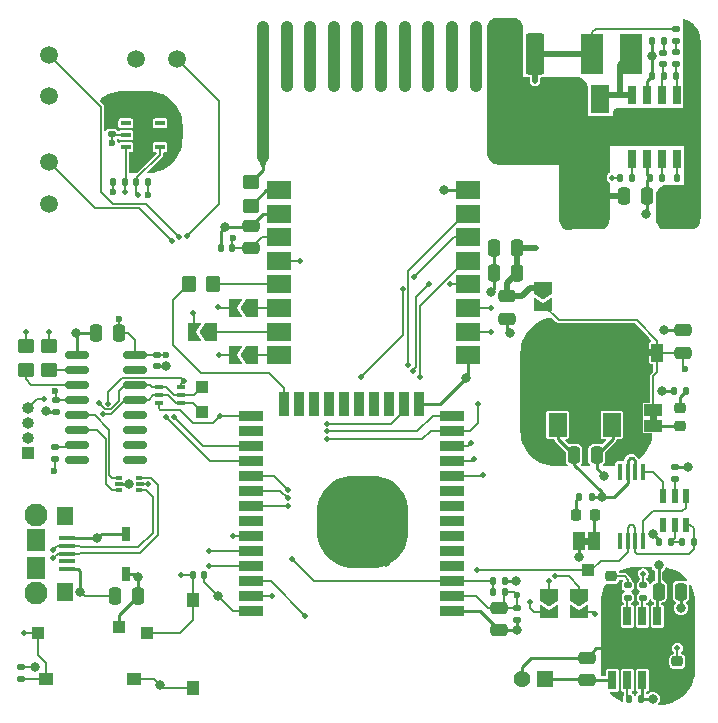
<source format=gbr>
%TF.GenerationSoftware,KiCad,Pcbnew,(6.0.0)*%
%TF.CreationDate,2022-06-01T22:52:45+01:00*%
%TF.ProjectId,flora,666c6f72-612e-46b6-9963-61645f706362,B*%
%TF.SameCoordinates,Original*%
%TF.FileFunction,Copper,L1,Top*%
%TF.FilePolarity,Positive*%
%FSLAX46Y46*%
G04 Gerber Fmt 4.6, Leading zero omitted, Abs format (unit mm)*
G04 Created by KiCad (PCBNEW (6.0.0)) date 2022-06-01 22:52:45*
%MOMM*%
%LPD*%
G01*
G04 APERTURE LIST*
G04 Aperture macros list*
%AMRoundRect*
0 Rectangle with rounded corners*
0 $1 Rounding radius*
0 $2 $3 $4 $5 $6 $7 $8 $9 X,Y pos of 4 corners*
0 Add a 4 corners polygon primitive as box body*
4,1,4,$2,$3,$4,$5,$6,$7,$8,$9,$2,$3,0*
0 Add four circle primitives for the rounded corners*
1,1,$1+$1,$2,$3*
1,1,$1+$1,$4,$5*
1,1,$1+$1,$6,$7*
1,1,$1+$1,$8,$9*
0 Add four rect primitives between the rounded corners*
20,1,$1+$1,$2,$3,$4,$5,0*
20,1,$1+$1,$4,$5,$6,$7,0*
20,1,$1+$1,$6,$7,$8,$9,0*
20,1,$1+$1,$8,$9,$2,$3,0*%
%AMOutline4P*
0 Free polygon, 4 corners , with rotation*
0 The origin of the aperture is its center*
0 number of corners: always 4*
0 $1 to $8 corner X, Y*
0 $9 Rotation angle, in degrees counterclockwise*
0 create outline with 4 corners*
4,1,4,$1,$2,$3,$4,$5,$6,$7,$8,$1,$2,$9*%
%AMFreePoly0*
4,1,6,1.000000,0.000000,0.500000,-0.750000,-0.500000,-0.750000,-0.500000,0.750000,0.500000,0.750000,1.000000,0.000000,1.000000,0.000000,$1*%
%AMFreePoly1*
4,1,6,0.500000,-0.750000,-0.650000,-0.750000,-0.150000,0.000000,-0.650000,0.750000,0.500000,0.750000,0.500000,-0.750000,0.500000,-0.750000,$1*%
G04 Aperture macros list end*
%TA.AperFunction,EtchedComponent*%
%ADD10C,1.000000*%
%TD*%
%TA.AperFunction,SMDPad,CuDef*%
%ADD11RoundRect,0.250000X0.250000X0.475000X-0.250000X0.475000X-0.250000X-0.475000X0.250000X-0.475000X0*%
%TD*%
%TA.AperFunction,SMDPad,CuDef*%
%ADD12RoundRect,0.135000X-0.135000X-0.185000X0.135000X-0.185000X0.135000X0.185000X-0.135000X0.185000X0*%
%TD*%
%TA.AperFunction,SMDPad,CuDef*%
%ADD13RoundRect,0.140000X-0.170000X0.140000X-0.170000X-0.140000X0.170000X-0.140000X0.170000X0.140000X0*%
%TD*%
%TA.AperFunction,SMDPad,CuDef*%
%ADD14R,1.000000X1.000000*%
%TD*%
%TA.AperFunction,SMDPad,CuDef*%
%ADD15R,0.750000X1.200000*%
%TD*%
%TA.AperFunction,SMDPad,CuDef*%
%ADD16R,1.500000X1.000000*%
%TD*%
%TA.AperFunction,SMDPad,CuDef*%
%ADD17R,1.350000X0.400000*%
%TD*%
%TA.AperFunction,ComponentPad*%
%ADD18C,1.950000*%
%TD*%
%TA.AperFunction,SMDPad,CuDef*%
%ADD19R,1.400000X1.600000*%
%TD*%
%TA.AperFunction,SMDPad,CuDef*%
%ADD20R,1.600000X1.900000*%
%TD*%
%TA.AperFunction,SMDPad,CuDef*%
%ADD21RoundRect,0.250000X-0.250000X-0.475000X0.250000X-0.475000X0.250000X0.475000X-0.250000X0.475000X0*%
%TD*%
%TA.AperFunction,SMDPad,CuDef*%
%ADD22R,1.000000X1.500000*%
%TD*%
%TA.AperFunction,SMDPad,CuDef*%
%ADD23RoundRect,0.140000X0.170000X-0.140000X0.170000X0.140000X-0.170000X0.140000X-0.170000X-0.140000X0*%
%TD*%
%TA.AperFunction,SMDPad,CuDef*%
%ADD24RoundRect,0.140000X0.140000X0.170000X-0.140000X0.170000X-0.140000X-0.170000X0.140000X-0.170000X0*%
%TD*%
%TA.AperFunction,SMDPad,CuDef*%
%ADD25RoundRect,0.250000X0.475000X-0.250000X0.475000X0.250000X-0.475000X0.250000X-0.475000X-0.250000X0*%
%TD*%
%TA.AperFunction,SMDPad,CuDef*%
%ADD26RoundRect,0.135000X-0.185000X0.135000X-0.185000X-0.135000X0.185000X-0.135000X0.185000X0.135000X0*%
%TD*%
%TA.AperFunction,SMDPad,CuDef*%
%ADD27RoundRect,0.218750X-0.256250X0.218750X-0.256250X-0.218750X0.256250X-0.218750X0.256250X0.218750X0*%
%TD*%
%TA.AperFunction,SMDPad,CuDef*%
%ADD28RoundRect,0.135000X0.135000X0.185000X-0.135000X0.185000X-0.135000X-0.185000X0.135000X-0.185000X0*%
%TD*%
%TA.AperFunction,SMDPad,CuDef*%
%ADD29RoundRect,0.135000X0.185000X-0.135000X0.185000X0.135000X-0.185000X0.135000X-0.185000X-0.135000X0*%
%TD*%
%TA.AperFunction,SMDPad,CuDef*%
%ADD30R,0.450000X1.475000*%
%TD*%
%TA.AperFunction,ComponentPad*%
%ADD31C,1.500000*%
%TD*%
%TA.AperFunction,SMDPad,CuDef*%
%ADD32R,0.600000X1.200000*%
%TD*%
%TA.AperFunction,SMDPad,CuDef*%
%ADD33R,0.850000X0.450000*%
%TD*%
%TA.AperFunction,SMDPad,CuDef*%
%ADD34R,1.500000X2.400000*%
%TD*%
%TA.AperFunction,SMDPad,CuDef*%
%ADD35RoundRect,0.250000X-0.475000X0.250000X-0.475000X-0.250000X0.475000X-0.250000X0.475000X0.250000X0*%
%TD*%
%TA.AperFunction,SMDPad,CuDef*%
%ADD36R,1.200000X1.000000*%
%TD*%
%TA.AperFunction,SMDPad,CuDef*%
%ADD37R,1.900000X3.400000*%
%TD*%
%TA.AperFunction,ComponentPad*%
%ADD38R,1.425000X1.425000*%
%TD*%
%TA.AperFunction,ComponentPad*%
%ADD39C,1.425000*%
%TD*%
%TA.AperFunction,SMDPad,CuDef*%
%ADD40RoundRect,0.250000X0.450000X-0.350000X0.450000X0.350000X-0.450000X0.350000X-0.450000X-0.350000X0*%
%TD*%
%TA.AperFunction,SMDPad,CuDef*%
%ADD41RoundRect,0.140000X-0.140000X-0.170000X0.140000X-0.170000X0.140000X0.170000X-0.140000X0.170000X0*%
%TD*%
%TA.AperFunction,SMDPad,CuDef*%
%ADD42FreePoly0,180.000000*%
%TD*%
%TA.AperFunction,SMDPad,CuDef*%
%ADD43FreePoly1,180.000000*%
%TD*%
%TA.AperFunction,SMDPad,CuDef*%
%ADD44RoundRect,0.250000X0.350000X0.450000X-0.350000X0.450000X-0.350000X-0.450000X0.350000X-0.450000X0*%
%TD*%
%TA.AperFunction,SMDPad,CuDef*%
%ADD45R,1.500000X2.000000*%
%TD*%
%TA.AperFunction,SMDPad,CuDef*%
%ADD46R,3.800000X2.000000*%
%TD*%
%TA.AperFunction,SMDPad,CuDef*%
%ADD47RoundRect,0.250000X-0.550000X1.500000X-0.550000X-1.500000X0.550000X-1.500000X0.550000X1.500000X0*%
%TD*%
%TA.AperFunction,ComponentPad*%
%ADD48R,1.000000X1.000000*%
%TD*%
%TA.AperFunction,ComponentPad*%
%ADD49O,1.000000X1.000000*%
%TD*%
%TA.AperFunction,ComponentPad*%
%ADD50C,1.000000*%
%TD*%
%TA.AperFunction,SMDPad,CuDef*%
%ADD51Outline4P,-0.350000X-0.400000X0.350000X-0.400000X0.050000X0.400000X-0.050000X0.400000X180.000000*%
%TD*%
%TA.AperFunction,SMDPad,CuDef*%
%ADD52R,0.650000X0.400000*%
%TD*%
%TA.AperFunction,SMDPad,CuDef*%
%ADD53R,2.000000X0.900000*%
%TD*%
%TA.AperFunction,SMDPad,CuDef*%
%ADD54R,0.900000X2.000000*%
%TD*%
%TA.AperFunction,SMDPad,CuDef*%
%ADD55R,1.330000X1.330000*%
%TD*%
%TA.AperFunction,SMDPad,CuDef*%
%ADD56FreePoly0,270.000000*%
%TD*%
%TA.AperFunction,SMDPad,CuDef*%
%ADD57FreePoly1,270.000000*%
%TD*%
%TA.AperFunction,SMDPad,CuDef*%
%ADD58R,1.550000X2.350000*%
%TD*%
%TA.AperFunction,SMDPad,CuDef*%
%ADD59R,0.700000X1.525000*%
%TD*%
%TA.AperFunction,SMDPad,CuDef*%
%ADD60R,3.402000X2.513000*%
%TD*%
%TA.AperFunction,SMDPad,CuDef*%
%ADD61RoundRect,0.218750X-0.218750X-0.256250X0.218750X-0.256250X0.218750X0.256250X-0.218750X0.256250X0*%
%TD*%
%TA.AperFunction,SMDPad,CuDef*%
%ADD62R,1.000000X1.200000*%
%TD*%
%TA.AperFunction,SMDPad,CuDef*%
%ADD63RoundRect,0.150000X-0.825000X-0.150000X0.825000X-0.150000X0.825000X0.150000X-0.825000X0.150000X0*%
%TD*%
%TA.AperFunction,SMDPad,CuDef*%
%ADD64R,0.500000X0.375000*%
%TD*%
%TA.AperFunction,SMDPad,CuDef*%
%ADD65R,0.650000X0.300000*%
%TD*%
%TA.AperFunction,SMDPad,CuDef*%
%ADD66R,2.000000X1.500000*%
%TD*%
%TA.AperFunction,ViaPad*%
%ADD67C,0.500000*%
%TD*%
%TA.AperFunction,ViaPad*%
%ADD68C,0.800000*%
%TD*%
%TA.AperFunction,ViaPad*%
%ADD69C,0.600000*%
%TD*%
%TA.AperFunction,Conductor*%
%ADD70C,0.150000*%
%TD*%
%TA.AperFunction,Conductor*%
%ADD71C,0.250000*%
%TD*%
%TA.AperFunction,Conductor*%
%ADD72C,0.500000*%
%TD*%
%TA.AperFunction,Conductor*%
%ADD73C,0.293770*%
%TD*%
%TA.AperFunction,Conductor*%
%ADD74C,0.200000*%
%TD*%
G04 APERTURE END LIST*
%TO.C,JP8*%
G36*
X229600000Y-140612500D02*
G01*
X229000000Y-140612500D01*
X229000000Y-140112500D01*
X229600000Y-140112500D01*
X229600000Y-140612500D01*
G37*
%TO.C,JP9*%
G36*
X223912500Y-151100000D02*
G01*
X223412500Y-151100000D01*
X223412500Y-150500000D01*
X223912500Y-150500000D01*
X223912500Y-151100000D01*
G37*
D10*
%TO.C,AE1*%
X196250000Y-118250000D02*
X196250000Y-107250000D01*
X208250000Y-107250000D02*
X208250000Y-112250000D01*
X202250000Y-107250000D02*
X202250000Y-112250000D01*
X210250000Y-107250000D02*
X210250000Y-112250000D01*
X206250000Y-107250000D02*
X206250000Y-112250000D01*
X204250000Y-107250000D02*
X204250000Y-112250000D01*
X200250000Y-107250000D02*
X200250000Y-112250000D01*
X214250000Y-107250000D02*
X214250000Y-112250000D01*
X198250000Y-107250000D02*
X198250000Y-112250000D01*
X212250000Y-107250000D02*
X212250000Y-112250000D01*
%TO.C,JP7*%
G36*
X229200000Y-135150000D02*
G01*
X228700000Y-135150000D01*
X228700000Y-134550000D01*
X229200000Y-134550000D01*
X229200000Y-135150000D01*
G37*
%TD*%
D11*
%TO.P,C21,1*%
%TO.N,VDD*%
X185650000Y-155450000D03*
%TO.P,C21,2*%
%TO.N,GND*%
X183750000Y-155450000D03*
%TD*%
D12*
%TO.P,R18,1*%
%TO.N,Net-(D6-Pad1)*%
X223052500Y-147050000D03*
%TO.P,R18,2*%
%TO.N,GND*%
X224072500Y-147050000D03*
%TD*%
D13*
%TO.P,C17,1*%
%TO.N,+3V3*%
X217750000Y-156470000D03*
%TO.P,C17,2*%
%TO.N,GND*%
X217750000Y-157430000D03*
%TD*%
D14*
%TO.P,TP7,1,1*%
%TO.N,GPIO0*%
X186450000Y-158550000D03*
%TD*%
D11*
%TO.P,C14,1*%
%TO.N,Net-(C14-Pad1)*%
X217750000Y-126000000D03*
%TO.P,C14,2*%
%TO.N,GND*%
X215850000Y-126000000D03*
%TD*%
D14*
%TO.P,TP6,1,1*%
%TO.N,EN*%
X177250000Y-158550000D03*
%TD*%
D15*
%TO.P,D4,1*%
%TO.N,VDD*%
X184700000Y-153550000D03*
%TO.P,D4,2*%
%TO.N,VBUS*%
X184700000Y-150150000D03*
%TD*%
D16*
%TO.P,JP8,1,A*%
%TO.N,Net-(D5-Pad2)*%
X229300000Y-141012500D03*
%TO.P,JP8,2,B*%
%TO.N,+3V3*%
X229300000Y-139712500D03*
%TD*%
D17*
%TO.P,J4,1,VBUS*%
%TO.N,VBUS*%
X179700000Y-150550000D03*
%TO.P,J4,2,D-*%
%TO.N,D-*%
X179700000Y-151200000D03*
%TO.P,J4,3,D+*%
%TO.N,D+*%
X179700000Y-151850000D03*
%TO.P,J4,4,NC*%
%TO.N,unconnected-(J4-Pad4)*%
X179700000Y-152500000D03*
%TO.P,J4,5,GND*%
%TO.N,GND*%
X179700000Y-153150000D03*
D18*
%TO.P,J4,MH1,MH1*%
%TO.N,unconnected-(J4-PadMH1)*%
X177025000Y-148550000D03*
%TO.P,J4,MH2,MH2*%
%TO.N,unconnected-(J4-PadMH2)*%
X177025000Y-155150000D03*
D19*
%TO.P,J4,MP1,MP1*%
%TO.N,unconnected-(J4-PadMP1)*%
X179475000Y-148650000D03*
D20*
%TO.P,J4,MP2,MP2*%
%TO.N,unconnected-(J4-PadMP2)*%
X177025000Y-150650000D03*
%TO.P,J4,MP3,MP3*%
%TO.N,unconnected-(J4-PadMP3)*%
X177025000Y-153050000D03*
D19*
%TO.P,J4,MP4,MP4*%
%TO.N,unconnected-(J4-PadMP4)*%
X179475000Y-155050000D03*
%TD*%
D21*
%TO.P,C6,1*%
%TO.N,VDD*%
X229750000Y-155050000D03*
%TO.P,C6,2*%
%TO.N,GND*%
X231650000Y-155050000D03*
%TD*%
D22*
%TO.P,JP9,1,A*%
%TO.N,Net-(D6-Pad2)*%
X224312500Y-150800000D03*
%TO.P,JP9,2,B*%
%TO.N,VDD*%
X223012500Y-150800000D03*
%TD*%
D23*
%TO.P,C7,1*%
%TO.N,Net-(C5-Pad1)*%
X230100000Y-110380000D03*
%TO.P,C7,2*%
%TO.N,Net-(C7-Pad2)*%
X230100000Y-109420000D03*
%TD*%
D24*
%TO.P,C11,1*%
%TO.N,GND*%
X191250000Y-153650000D03*
%TO.P,C11,2*%
%TO.N,GPIO0*%
X190290000Y-153650000D03*
%TD*%
D25*
%TO.P,C1,1*%
%TO.N,+3V3*%
X195200000Y-126000000D03*
%TO.P,C1,2*%
%TO.N,GND*%
X195200000Y-124100000D03*
%TD*%
D12*
%TO.P,R20,1*%
%TO.N,+3V3*%
X183540000Y-120350000D03*
%TO.P,R20,2*%
%TO.N,GPIO17*%
X184560000Y-120350000D03*
%TD*%
%TO.P,R10,1*%
%TO.N,Net-(IC6-Pad5)*%
X231190000Y-111400000D03*
%TO.P,R10,2*%
%TO.N,GND*%
X232210000Y-111400000D03*
%TD*%
D26*
%TO.P,R13,1*%
%TO.N,Net-(R13-Pad1)*%
X178650000Y-142850000D03*
%TO.P,R13,2*%
%TO.N,+3V3*%
X178650000Y-143870000D03*
%TD*%
D13*
%TO.P,C23,1*%
%TO.N,+3V3*%
X178730000Y-138850000D03*
%TO.P,C23,2*%
%TO.N,GND*%
X178730000Y-139810000D03*
%TD*%
D27*
%TO.P,D5,1,K*%
%TO.N,Net-(D5-Pad1)*%
X231550000Y-139475000D03*
%TO.P,D5,2,A*%
%TO.N,Net-(D5-Pad2)*%
X231550000Y-141050000D03*
%TD*%
D26*
%TO.P,R12,1*%
%TO.N,Net-(R12-Pad1)*%
X231200000Y-109390000D03*
%TO.P,R12,2*%
%TO.N,Net-(IC6-Pad5)*%
X231200000Y-110410000D03*
%TD*%
D13*
%TO.P,C22,1*%
%TO.N,+3V3*%
X187250000Y-135010000D03*
%TO.P,C22,2*%
%TO.N,GND*%
X187250000Y-135970000D03*
%TD*%
D28*
%TO.P,R6,1*%
%TO.N,Net-(C7-Pad2)*%
X230200000Y-108400000D03*
%TO.P,R6,2*%
%TO.N,GND*%
X229180000Y-108400000D03*
%TD*%
D14*
%TO.P,TP1,1,1*%
%TO.N,VDD*%
X184050000Y-158050000D03*
%TD*%
D24*
%TO.P,C5,1*%
%TO.N,Net-(C5-Pad1)*%
X230180000Y-111400000D03*
%TO.P,C5,2*%
%TO.N,GND*%
X229220000Y-111400000D03*
%TD*%
D29*
%TO.P,R4,1*%
%TO.N,Net-(IC3-Pad6)*%
X228450000Y-155560000D03*
%TO.P,R4,2*%
%TO.N,Net-(D2-Pad1)*%
X228450000Y-154540000D03*
%TD*%
D30*
%TO.P,IC4,1,D12_1*%
%TO.N,unconnected-(IC4-Pad1)*%
X226475000Y-150788000D03*
%TO.P,IC4,2,S1_1*%
%TO.N,Net-(BT1-Pad2)*%
X227125000Y-150788000D03*
%TO.P,IC4,3,S1_2*%
X227775000Y-150788000D03*
%TO.P,IC4,4,G1*%
%TO.N,Net-(IC4-Pad4)*%
X228425000Y-150788000D03*
%TO.P,IC4,5,G2*%
%TO.N,Net-(IC4-Pad5)*%
X228425000Y-144912000D03*
%TO.P,IC4,6,S2_1*%
%TO.N,GND*%
X227775000Y-144912000D03*
%TO.P,IC4,7,S2_2*%
X227125000Y-144912000D03*
%TO.P,IC4,8,D12_2*%
%TO.N,unconnected-(IC4-Pad8)*%
X226475000Y-144912000D03*
%TD*%
D24*
%TO.P,C2,1*%
%TO.N,+3V3*%
X193660000Y-126000000D03*
%TO.P,C2,2*%
%TO.N,GND*%
X192700000Y-126000000D03*
%TD*%
D31*
%TO.P,J3,1,1*%
%TO.N,GPIO13*%
X189000000Y-109950000D03*
%TO.P,J3,2,2*%
%TO.N,GND*%
X185500000Y-109950000D03*
%TD*%
D25*
%TO.P,C15,1*%
%TO.N,+3V3*%
X231850000Y-134850000D03*
%TO.P,C15,2*%
%TO.N,GND*%
X231850000Y-132950000D03*
%TD*%
D28*
%TO.P,R8,1*%
%TO.N,Net-(C9-Pad1)*%
X230770000Y-150850000D03*
%TO.P,R8,2*%
%TO.N,VDD*%
X229750000Y-150850000D03*
%TD*%
D32*
%TO.P,IC5,1,OD*%
%TO.N,Net-(IC4-Pad4)*%
X232050000Y-146950000D03*
%TO.P,IC5,2,CS*%
%TO.N,Net-(IC5-Pad2)*%
X231100000Y-146950000D03*
%TO.P,IC5,3,OC*%
%TO.N,Net-(IC4-Pad5)*%
X230150000Y-146950000D03*
%TO.P,IC5,4,TD*%
%TO.N,unconnected-(IC5-Pad4)*%
X230150000Y-149450000D03*
%TO.P,IC5,5,VCC*%
%TO.N,Net-(C9-Pad1)*%
X231100000Y-149450000D03*
%TO.P,IC5,6,GND*%
%TO.N,Net-(BT1-Pad2)*%
X232050000Y-149450000D03*
%TD*%
D14*
%TO.P,TP4,1,1*%
%TO.N,/Microcontroller/DTR*%
X191100000Y-139820000D03*
%TD*%
D33*
%TO.P,IC2,1,SDA*%
%TO.N,GPIO16*%
X187545000Y-117420000D03*
%TO.P,IC2,2,VSS*%
%TO.N,GND*%
X187545000Y-116420000D03*
%TO.P,IC2,3,NC_1*%
%TO.N,unconnected-(IC2-Pad3)*%
X187545000Y-115420000D03*
%TO.P,IC2,4,NC_2*%
%TO.N,unconnected-(IC2-Pad4)*%
X184645000Y-115420000D03*
%TO.P,IC2,5,VDD*%
%TO.N,+3V3*%
X184645000Y-116420000D03*
%TO.P,IC2,6,SCL*%
%TO.N,GPIO17*%
X184645000Y-117420000D03*
D34*
%TO.P,IC2,7,EP*%
%TO.N,GND*%
X186095000Y-116420000D03*
%TD*%
D35*
%TO.P,C20,1*%
%TO.N,Net-(C14-Pad1)*%
X216900000Y-130050000D03*
%TO.P,C20,2*%
%TO.N,GND*%
X216900000Y-131950000D03*
%TD*%
D23*
%TO.P,C25,1*%
%TO.N,+3V3*%
X183450000Y-116330000D03*
%TO.P,C25,2*%
%TO.N,GND*%
X183450000Y-115370000D03*
%TD*%
D36*
%TO.P,S1,1,1*%
%TO.N,GND*%
X185300000Y-162450000D03*
%TO.P,S1,2,2*%
%TO.N,EN*%
X177900000Y-162450000D03*
%TD*%
D37*
%TO.P,L1,1*%
%TO.N,Net-(C10-Pad2)*%
X227450000Y-109500000D03*
%TO.P,L1,2*%
%TO.N,Net-(C14-Pad1)*%
X224150000Y-109500000D03*
%TD*%
D38*
%TO.P,J5,1,1*%
%TO.N,GND*%
X220150000Y-162450000D03*
D39*
%TO.P,J5,2,2*%
%TO.N,+VSW*%
X218150000Y-162450000D03*
%TD*%
D35*
%TO.P,C3,1*%
%TO.N,+VSW*%
X223650000Y-160650000D03*
%TO.P,C3,2*%
%TO.N,GND*%
X223650000Y-162550000D03*
%TD*%
D11*
%TO.P,C13,1*%
%TO.N,VDD*%
X224500000Y-143500000D03*
%TO.P,C13,2*%
%TO.N,GND*%
X222600000Y-143500000D03*
%TD*%
%TO.P,C19,1*%
%TO.N,Net-(C14-Pad1)*%
X217750000Y-128100000D03*
%TO.P,C19,2*%
%TO.N,GND*%
X215850000Y-128100000D03*
%TD*%
D40*
%TO.P,R15,1*%
%TO.N,Net-(R15-Pad1)*%
X176150000Y-136270000D03*
%TO.P,R15,2*%
%TO.N,/Microcontroller/U0TXD*%
X176150000Y-134270000D03*
%TD*%
D41*
%TO.P,C8,1*%
%TO.N,Net-(C8-Pad1)*%
X231320000Y-120000000D03*
%TO.P,C8,2*%
%TO.N,GND*%
X232280000Y-120000000D03*
%TD*%
D42*
%TO.P,JP2,1,A*%
%TO.N,Net-(JP2-Pad1)*%
X191825000Y-133050000D03*
D43*
%TO.P,JP2,2,B*%
%TO.N,GPIO26*%
X190375000Y-133050000D03*
%TD*%
D35*
%TO.P,C16,1*%
%TO.N,+3V3*%
X216250000Y-156430000D03*
%TO.P,C16,2*%
%TO.N,GND*%
X216250000Y-158330000D03*
%TD*%
D44*
%TO.P,R2,1*%
%TO.N,Net-(R2-Pad1)*%
X192000000Y-129050000D03*
%TO.P,R2,2*%
%TO.N,GPIO2*%
X190000000Y-129050000D03*
%TD*%
D28*
%TO.P,R16,1*%
%TO.N,+3V3*%
X216760000Y-155130000D03*
%TO.P,R16,2*%
%TO.N,EN*%
X215740000Y-155130000D03*
%TD*%
D45*
%TO.P,IC7,1,GND*%
%TO.N,GND*%
X221200000Y-140950000D03*
%TO.P,IC7,2,VO*%
%TO.N,Net-(IC7-Pad2)*%
X223500000Y-140950000D03*
D46*
X223500000Y-134650000D03*
D45*
%TO.P,IC7,3,VI*%
%TO.N,VDD*%
X225800000Y-140950000D03*
%TD*%
D14*
%TO.P,TP2,1,1*%
%TO.N,Net-(BT1-Pad2)*%
X223750000Y-153250000D03*
%TD*%
D47*
%TO.P,C26,1*%
%TO.N,Net-(C14-Pad1)*%
X219300000Y-109500000D03*
%TO.P,C26,2*%
%TO.N,GND*%
X219300000Y-115100000D03*
%TD*%
D48*
%TO.P,J6,1,Pin_1*%
%TO.N,/Microcontroller/DTR*%
X176350000Y-143350000D03*
D49*
%TO.P,J6,2,Pin_2*%
%TO.N,/Microcontroller/U0TXD*%
X176350000Y-142080000D03*
%TO.P,J6,3,Pin_3*%
%TO.N,/Microcontroller/U0RXD*%
X176350000Y-140810000D03*
%TO.P,J6,4,Pin_4*%
%TO.N,/Microcontroller/RTS*%
X176350000Y-139540000D03*
%TD*%
D28*
%TO.P,R19,1*%
%TO.N,+3V3*%
X186560000Y-120350000D03*
%TO.P,R19,2*%
%TO.N,GPIO16*%
X185540000Y-120350000D03*
%TD*%
D50*
%TO.P,AE1,*%
%TO.N,*%
X208250000Y-112250000D03*
X214250000Y-107250000D03*
X208250000Y-107250000D03*
X204250000Y-112250000D03*
X196250000Y-107250000D03*
X204250000Y-107250000D03*
X206250000Y-107250000D03*
X198250000Y-107250000D03*
X200250000Y-107250000D03*
X210250000Y-112250000D03*
X202250000Y-112250000D03*
X206250000Y-112250000D03*
X202250000Y-107250000D03*
X212250000Y-107250000D03*
X210250000Y-107250000D03*
X200250000Y-112250000D03*
X198250000Y-112250000D03*
X212250000Y-112250000D03*
X214250000Y-112250000D03*
D51*
%TO.P,AE1,1,A*%
%TO.N,Net-(AE1-Pad1)*%
X196250000Y-118950000D03*
%TD*%
D31*
%TO.P,J1,1,1*%
%TO.N,GPIO14*%
X178150000Y-118700000D03*
%TO.P,J1,2,2*%
%TO.N,GND*%
X178150000Y-122200000D03*
%TD*%
D26*
%TO.P,R7,1*%
%TO.N,GND*%
X231150000Y-144540000D03*
%TO.P,R7,2*%
%TO.N,Net-(IC5-Pad2)*%
X231150000Y-145560000D03*
%TD*%
D52*
%TO.P,Q1,1,E2*%
%TO.N,/Microcontroller/RTS*%
X187450000Y-137770000D03*
%TO.P,Q1,2,B2*%
%TO.N,/Microcontroller/DTR*%
X187450000Y-138420000D03*
%TO.P,Q1,3,C1*%
%TO.N,GPIO0*%
X187450000Y-139070000D03*
%TO.P,Q1,4,E1*%
%TO.N,/Microcontroller/DTR*%
X189350000Y-139070000D03*
%TO.P,Q1,5,B1*%
%TO.N,/Microcontroller/RTS*%
X189350000Y-138420000D03*
%TO.P,Q1,6,C2*%
%TO.N,EN*%
X189350000Y-137770000D03*
%TD*%
D27*
%TO.P,D2,1,K*%
%TO.N,Net-(D2-Pad1)*%
X231350000Y-160975000D03*
%TO.P,D2,2,A*%
%TO.N,+VSW*%
X231350000Y-162550000D03*
%TD*%
D11*
%TO.P,C18,1*%
%TO.N,VDD*%
X228750000Y-121600000D03*
%TO.P,C18,2*%
%TO.N,GND*%
X226850000Y-121600000D03*
%TD*%
D53*
%TO.P,IC1,1,GND_1*%
%TO.N,GND*%
X212250000Y-156690000D03*
%TO.P,IC1,2,3V3*%
%TO.N,+3V3*%
X212250000Y-155420000D03*
%TO.P,IC1,3,EN*%
%TO.N,EN*%
X212250000Y-154150000D03*
%TO.P,IC1,4,SENSOR_VP*%
%TO.N,SENSOR_VP*%
X212250000Y-152880000D03*
%TO.P,IC1,5,SENSOR_VN*%
%TO.N,SENSOR_VN*%
X212250000Y-151610000D03*
%TO.P,IC1,6,IO34*%
%TO.N,GPIO34*%
X212250000Y-150340000D03*
%TO.P,IC1,7,IO35*%
%TO.N,GPIO35*%
X212250000Y-149070000D03*
%TO.P,IC1,8,IO32*%
%TO.N,GPIO32*%
X212250000Y-147800000D03*
%TO.P,IC1,9,IO33*%
%TO.N,GPIO33*%
X212250000Y-146530000D03*
%TO.P,IC1,10,IO25*%
%TO.N,GPIO25*%
X212250000Y-145260000D03*
%TO.P,IC1,11,IO26*%
%TO.N,GPIO26*%
X212250000Y-143990000D03*
%TO.P,IC1,12,IO27*%
%TO.N,GPIO27*%
X212250000Y-142720000D03*
%TO.P,IC1,13,IO14*%
%TO.N,GPIO14*%
X212250000Y-141450000D03*
%TO.P,IC1,14,IO12*%
%TO.N,GPIO12*%
X212250000Y-140180000D03*
D54*
%TO.P,IC1,15,GND_2*%
%TO.N,GND*%
X209465000Y-139180000D03*
%TO.P,IC1,16,IO13*%
%TO.N,GPIO13*%
X208195000Y-139180000D03*
%TO.P,IC1,17,SD2*%
%TO.N,SD2*%
X206925000Y-139180000D03*
%TO.P,IC1,18,SD3*%
%TO.N,SD3*%
X205655000Y-139180000D03*
%TO.P,IC1,19,CMD*%
%TO.N,CMD*%
X204385000Y-139180000D03*
%TO.P,IC1,20,CLK*%
%TO.N,CLK*%
X203115000Y-139180000D03*
%TO.P,IC1,21,SD0*%
%TO.N,SDO*%
X201845000Y-139180000D03*
%TO.P,IC1,22,SD1*%
%TO.N,SD1*%
X200575000Y-139180000D03*
%TO.P,IC1,23,IO15*%
%TO.N,GPIO15*%
X199305000Y-139180000D03*
%TO.P,IC1,24,IO2*%
%TO.N,GPIO2*%
X198035000Y-139180000D03*
D53*
%TO.P,IC1,25,IO0*%
%TO.N,GPIO0*%
X195250000Y-140180000D03*
%TO.P,IC1,26,IO4*%
%TO.N,GPIO4*%
X195250000Y-141450000D03*
%TO.P,IC1,27,IO16*%
%TO.N,GPIO16*%
X195250000Y-142720000D03*
%TO.P,IC1,28,IO17*%
%TO.N,GPIO17*%
X195250000Y-143990000D03*
%TO.P,IC1,29,IO5*%
%TO.N,GPIO5*%
X195250000Y-145260000D03*
%TO.P,IC1,30,IO18*%
%TO.N,GPIO18*%
X195250000Y-146530000D03*
%TO.P,IC1,31,IO19*%
%TO.N,GPIO19*%
X195250000Y-147800000D03*
%TO.P,IC1,32,NC*%
%TO.N,unconnected-(IC1-Pad32)*%
X195250000Y-149070000D03*
%TO.P,IC1,33,IO21*%
%TO.N,GPIO21*%
X195250000Y-150340000D03*
%TO.P,IC1,34,RXD0*%
%TO.N,/Microcontroller/U0RXD*%
X195250000Y-151610000D03*
%TO.P,IC1,35,TXD0*%
%TO.N,/Microcontroller/U0TXD*%
X195250000Y-152880000D03*
%TO.P,IC1,36,IO22*%
%TO.N,GPIO22*%
X195250000Y-154150000D03*
%TO.P,IC1,37,IO23*%
%TO.N,GPIO23*%
X195250000Y-155420000D03*
%TO.P,IC1,38,GND_3*%
%TO.N,GND*%
X195250000Y-156690000D03*
D55*
%TO.P,IC1,39,GND_4*%
X206585000Y-151025000D03*
%TO.P,IC1,40,GND_5*%
X204750000Y-151025000D03*
%TO.P,IC1,41,GND_6*%
X202915000Y-151025000D03*
%TO.P,IC1,42,GND_7*%
X206585000Y-149190000D03*
%TO.P,IC1,43,GND_8*%
X204750000Y-149190000D03*
%TO.P,IC1,44,GND_9*%
X202915000Y-149190000D03*
%TO.P,IC1,45,GND_10*%
X206585000Y-147355000D03*
%TO.P,IC1,46,GND_11*%
X204750000Y-147355000D03*
%TO.P,IC1,47,GND_12*%
X202915000Y-147355000D03*
%TD*%
D56*
%TO.P,JP5,1,A*%
%TO.N,Net-(JP5-Pad1)*%
X223050000Y-155325000D03*
D57*
%TO.P,JP5,2,B*%
%TO.N,GPIO22*%
X223050000Y-156775000D03*
%TD*%
D58*
%TO.P,D3,1*%
%TO.N,Net-(C10-Pad2)*%
X224800000Y-113350000D03*
%TO.P,D3,2*%
%TO.N,GND*%
X224800000Y-117650000D03*
%TD*%
D28*
%TO.P,R17,1*%
%TO.N,Net-(D5-Pad1)*%
X232060000Y-138062500D03*
%TO.P,R17,2*%
%TO.N,GND*%
X231040000Y-138062500D03*
%TD*%
D56*
%TO.P,JP4,1,A*%
%TO.N,Net-(JP4-Pad1)*%
X220450000Y-155325000D03*
D57*
%TO.P,JP4,2,B*%
%TO.N,GPIO21*%
X220450000Y-156775000D03*
%TD*%
D11*
%TO.P,C24,1*%
%TO.N,+3V3*%
X184050000Y-133170000D03*
%TO.P,C24,2*%
%TO.N,GND*%
X182150000Y-133170000D03*
%TD*%
D40*
%TO.P,R1,1*%
%TO.N,Net-(R1-Pad1)*%
X195200000Y-122400000D03*
%TO.P,R1,2*%
%TO.N,Net-(AE1-Pad1)*%
X195200000Y-120400000D03*
%TD*%
D26*
%TO.P,R9,1*%
%TO.N,Net-(C14-Pad1)*%
X231200000Y-107390000D03*
%TO.P,R9,2*%
%TO.N,Net-(R12-Pad1)*%
X231200000Y-108410000D03*
%TD*%
D59*
%TO.P,IC6,1,BOOT*%
%TO.N,Net-(C10-Pad1)*%
X227495000Y-118412000D03*
%TO.P,IC6,2,VIN*%
%TO.N,VDD*%
X228765000Y-118412000D03*
%TO.P,IC6,3,EN*%
%TO.N,Net-(IC6-Pad3)*%
X230035000Y-118412000D03*
%TO.P,IC6,4,SS*%
%TO.N,Net-(C8-Pad1)*%
X231305000Y-118412000D03*
%TO.P,IC6,5,VSENSE*%
%TO.N,Net-(IC6-Pad5)*%
X231305000Y-112988000D03*
%TO.P,IC6,6,COMP*%
%TO.N,Net-(C5-Pad1)*%
X230035000Y-112988000D03*
%TO.P,IC6,7,GND*%
%TO.N,GND*%
X228765000Y-112988000D03*
%TO.P,IC6,8,PH*%
%TO.N,Net-(C10-Pad2)*%
X227495000Y-112988000D03*
%TD*%
%TO.P,IC3,1,TEMP*%
%TO.N,GND*%
X225845000Y-162562000D03*
%TO.P,IC3,2,PROG*%
%TO.N,Net-(IC3-Pad2)*%
X227115000Y-162562000D03*
%TO.P,IC3,3,GND*%
%TO.N,GND*%
X228385000Y-162562000D03*
%TO.P,IC3,4,VCC*%
%TO.N,+VSW*%
X229655000Y-162562000D03*
%TO.P,IC3,5,BAT*%
%TO.N,VDD*%
X229655000Y-157138000D03*
%TO.P,IC3,6,~{STDBY}*%
%TO.N,Net-(IC3-Pad6)*%
X228385000Y-157138000D03*
%TO.P,IC3,7,~{CHRG}*%
%TO.N,Net-(IC3-Pad7)*%
X227115000Y-157138000D03*
%TO.P,IC3,8,CE*%
%TO.N,+VSW*%
X225845000Y-157138000D03*
D60*
%TO.P,IC3,9,EAD*%
X227750000Y-159850000D03*
%TD*%
D56*
%TO.P,JP6,1,A*%
%TO.N,Net-(C14-Pad1)*%
X220000000Y-129350000D03*
D57*
%TO.P,JP6,2,B*%
%TO.N,+3V3*%
X220000000Y-130800000D03*
%TD*%
D12*
%TO.P,R11,1*%
%TO.N,VDD*%
X228990000Y-120000000D03*
%TO.P,R11,2*%
%TO.N,Net-(IC6-Pad3)*%
X230010000Y-120000000D03*
%TD*%
D40*
%TO.P,R14,1*%
%TO.N,Net-(R14-Pad1)*%
X178150000Y-136270000D03*
%TO.P,R14,2*%
%TO.N,/Microcontroller/U0RXD*%
X178150000Y-134270000D03*
%TD*%
D22*
%TO.P,JP7,1,A*%
%TO.N,Net-(IC7-Pad2)*%
X228300000Y-134850000D03*
%TO.P,JP7,2,B*%
%TO.N,+3V3*%
X229600000Y-134850000D03*
%TD*%
D29*
%TO.P,R3,1*%
%TO.N,Net-(IC3-Pad7)*%
X227150000Y-155560000D03*
%TO.P,R3,2*%
%TO.N,Net-(D1-Pad1)*%
X227150000Y-154540000D03*
%TD*%
D61*
%TO.P,D6,1,K*%
%TO.N,Net-(D6-Pad1)*%
X222775000Y-148550000D03*
%TO.P,D6,2,A*%
%TO.N,Net-(D6-Pad2)*%
X224350000Y-148550000D03*
%TD*%
D62*
%TO.P,S2,1,1*%
%TO.N,GND*%
X190350000Y-163200000D03*
%TO.P,S2,2,2*%
%TO.N,GPIO0*%
X190350000Y-155800000D03*
%TD*%
D14*
%TO.P,TP5,1,1*%
%TO.N,/Microcontroller/RTS*%
X191100000Y-137720000D03*
%TD*%
D31*
%TO.P,J2,1,1*%
%TO.N,GPIO12*%
X178150000Y-109600000D03*
%TO.P,J2,2,2*%
%TO.N,GND*%
X178150000Y-113100000D03*
%TD*%
D42*
%TO.P,JP3,1,A*%
%TO.N,Net-(JP3-Pad1)*%
X195325000Y-135050000D03*
D43*
%TO.P,JP3,2,B*%
%TO.N,GPIO27*%
X193875000Y-135050000D03*
%TD*%
D13*
%TO.P,C4,1*%
%TO.N,GND*%
X175750000Y-161470000D03*
%TO.P,C4,2*%
%TO.N,EN*%
X175750000Y-162430000D03*
%TD*%
D63*
%TO.P,U4,1,GND*%
%TO.N,GND*%
X180475000Y-135025000D03*
%TO.P,U4,2,TXD*%
%TO.N,Net-(R14-Pad1)*%
X180475000Y-136295000D03*
%TO.P,U4,3,RXD*%
%TO.N,Net-(R15-Pad1)*%
X180475000Y-137565000D03*
%TO.P,U4,4,V3*%
%TO.N,+3V3*%
X180475000Y-138835000D03*
%TO.P,U4,5,UD+*%
%TO.N,/Connector/USBDP*%
X180475000Y-140105000D03*
%TO.P,U4,6,UD-*%
%TO.N,/Connector/USBDM*%
X180475000Y-141375000D03*
%TO.P,U4,7,~{RST}*%
%TO.N,Net-(R13-Pad1)*%
X180475000Y-142645000D03*
%TO.P,U4,8,NC*%
%TO.N,unconnected-(U4-Pad8)*%
X180475000Y-143915000D03*
%TO.P,U4,9,~{CTS}*%
%TO.N,unconnected-(U4-Pad9)*%
X185425000Y-143915000D03*
%TO.P,U4,10,~{DSR}*%
%TO.N,unconnected-(U4-Pad10)*%
X185425000Y-142645000D03*
%TO.P,U4,11,~{RI}*%
%TO.N,unconnected-(U4-Pad11)*%
X185425000Y-141375000D03*
%TO.P,U4,12,~{DCD}*%
%TO.N,unconnected-(U4-Pad12)*%
X185425000Y-140105000D03*
%TO.P,U4,13,~{DTR}*%
%TO.N,/Microcontroller/DTR*%
X185425000Y-138835000D03*
%TO.P,U4,14,~{RTS}*%
%TO.N,/Microcontroller/RTS*%
X185425000Y-137565000D03*
%TO.P,U4,15,R232*%
%TO.N,unconnected-(U4-Pad15)*%
X185425000Y-136295000D03*
%TO.P,U4,16,VCC*%
%TO.N,+3V3*%
X185425000Y-135025000D03*
%TD*%
D27*
%TO.P,D1,1,K*%
%TO.N,Net-(D1-Pad1)*%
X225750000Y-153775000D03*
%TO.P,D1,2,A*%
%TO.N,+VSW*%
X225750000Y-155350000D03*
%TD*%
D28*
%TO.P,R5,1*%
%TO.N,GND*%
X228270000Y-164150000D03*
%TO.P,R5,2*%
%TO.N,Net-(IC3-Pad2)*%
X227250000Y-164150000D03*
%TD*%
D64*
%TO.P,U3,1,I/O1*%
%TO.N,D-*%
X185800000Y-146487500D03*
D65*
%TO.P,U3,2,GND*%
%TO.N,GND*%
X185875000Y-145950000D03*
D64*
%TO.P,U3,3,I/O2*%
%TO.N,D+*%
X185800000Y-145412500D03*
%TO.P,U3,4,I/O2*%
%TO.N,/Connector/USBDP*%
X184100000Y-145412500D03*
D65*
%TO.P,U3,5,VBUS*%
%TO.N,VBUS*%
X184025000Y-145950000D03*
D64*
%TO.P,U3,6,I/O1*%
%TO.N,/Connector/USBDM*%
X184100000Y-146487500D03*
%TD*%
D41*
%TO.P,C12,1*%
%TO.N,EN*%
X215770000Y-154130000D03*
%TO.P,C12,2*%
%TO.N,GND*%
X216730000Y-154130000D03*
%TD*%
%TO.P,C9,1*%
%TO.N,Net-(C9-Pad1)*%
X231750000Y-150850000D03*
%TO.P,C9,2*%
%TO.N,Net-(BT1-Pad2)*%
X232710000Y-150850000D03*
%TD*%
D66*
%TO.P,U1,1,ANT*%
%TO.N,Net-(R1-Pad1)*%
X197600000Y-121050000D03*
%TO.P,U1,2,GND*%
%TO.N,GND*%
X197600000Y-123050000D03*
%TO.P,U1,3,VDD*%
%TO.N,+3V3*%
X197600000Y-125050000D03*
%TO.P,U1,4,~{RESET}*%
%TO.N,GPIO14*%
X197600000Y-127050000D03*
%TO.P,U1,5,DIO0*%
%TO.N,Net-(R2-Pad1)*%
X197600000Y-129050000D03*
%TO.P,U1,6,DIO1*%
%TO.N,Net-(JP1-Pad1)*%
X197600000Y-131050000D03*
%TO.P,U1,7,DIO2*%
%TO.N,Net-(JP2-Pad1)*%
X197600000Y-133050000D03*
%TO.P,U1,8,DIO3*%
%TO.N,Net-(JP3-Pad1)*%
X197600000Y-135050000D03*
%TO.P,U1,9,GND*%
%TO.N,GND*%
X213600000Y-135050000D03*
%TO.P,U1,10,DIO4*%
%TO.N,Net-(JP4-Pad1)*%
X213600000Y-133050000D03*
%TO.P,U1,11,DIO5*%
%TO.N,Net-(JP5-Pad1)*%
X213600000Y-131050000D03*
%TO.P,U1,12,SCK*%
%TO.N,GPIO18*%
X213600000Y-129050000D03*
%TO.P,U1,13,MISO*%
%TO.N,GPIO19*%
X213600000Y-127050000D03*
%TO.P,U1,14,MOSI*%
%TO.N,GPIO23*%
X213600000Y-125050000D03*
%TO.P,U1,15,~{NSS}*%
%TO.N,GPIO5*%
X213600000Y-123050000D03*
%TO.P,U1,16,GND*%
%TO.N,GND*%
X213600000Y-121050000D03*
%TD*%
D42*
%TO.P,JP1,1,A*%
%TO.N,Net-(JP1-Pad1)*%
X195325000Y-131050000D03*
D43*
%TO.P,JP1,2,B*%
%TO.N,GPIO25*%
X193875000Y-131050000D03*
%TD*%
D24*
%TO.P,C10,1*%
%TO.N,Net-(C10-Pad1)*%
X227460000Y-120000000D03*
%TO.P,C10,2*%
%TO.N,Net-(C10-Pad2)*%
X226500000Y-120000000D03*
%TD*%
D67*
%TO.N,EN*%
X198735523Y-152335523D03*
X183152684Y-139147316D03*
X176050000Y-158550000D03*
X189600000Y-137220000D03*
%TO.N,GPIO0*%
X192620000Y-140180000D03*
X189350000Y-153650000D03*
D68*
%TO.N,VBUS*%
X184950000Y-145950000D03*
X182200000Y-150550000D03*
D67*
%TO.N,GPIO25*%
X214850000Y-145150000D03*
X192450000Y-130950000D03*
%TO.N,GPIO26*%
X190350000Y-131450000D03*
X214150000Y-143850000D03*
%TO.N,GPIO27*%
X192550000Y-135050000D03*
X213850000Y-142450000D03*
%TO.N,GPIO14*%
X199350000Y-127050000D03*
X214450000Y-139150000D03*
X201650000Y-142149006D03*
X188550000Y-125350000D03*
%TO.N,GPIO12*%
X189106944Y-125015834D03*
X201650000Y-141499503D03*
%TO.N,GPIO13*%
X189850000Y-124950000D03*
X201650000Y-140850000D03*
%TO.N,GPIO16*%
X185650000Y-121450000D03*
X188750000Y-140250000D03*
%TO.N,GPIO17*%
X188050000Y-140250000D03*
X184550000Y-121250000D03*
%TO.N,GPIO5*%
X198350000Y-146450000D03*
X208550000Y-135850000D03*
%TO.N,GPIO18*%
X208939702Y-136369602D03*
X198350000Y-147150000D03*
X212050000Y-129050000D03*
X210350000Y-129050000D03*
%TO.N,GPIO21*%
X193724500Y-150350000D03*
X218850000Y-155950000D03*
%TO.N,/Microcontroller/U0RXD*%
X178150000Y-133050000D03*
X191650000Y-151650000D03*
%TO.N,/Microcontroller/U0TXD*%
X191650000Y-152850000D03*
X176150000Y-133050000D03*
%TO.N,GPIO22*%
X199850000Y-157099011D03*
X224400000Y-156950000D03*
%TO.N,Net-(C10-Pad2)*%
X226500000Y-113000000D03*
X225800000Y-120000000D03*
%TO.N,D-*%
X178471551Y-151572048D03*
%TO.N,D+*%
X178500000Y-152250000D03*
D68*
%TO.N,VDD*%
X229750000Y-152824500D03*
X223050000Y-152150000D03*
X229250000Y-150150000D03*
X185650000Y-153850000D03*
X228700000Y-123100000D03*
X225150000Y-145250000D03*
D69*
%TO.N,+3V3*%
X231950000Y-136250000D03*
X183450000Y-117050000D03*
X178650000Y-138089500D03*
X193700000Y-125100000D03*
X188050000Y-134990000D03*
X186550000Y-121450000D03*
X183550000Y-121250000D03*
X184050000Y-132019502D03*
X217750000Y-155350000D03*
X178550000Y-144850000D03*
D67*
%TO.N,Net-(BT1-Pad2)*%
X214350000Y-153250000D03*
%TO.N,Net-(JP5-Pad1)*%
X215550000Y-131050000D03*
X220961323Y-153749500D03*
%TO.N,Net-(D2-Pad1)*%
X231350000Y-159850000D03*
X228450000Y-153550000D03*
%TO.N,Net-(C14-Pad1)*%
X219400000Y-126000000D03*
X219300000Y-111800000D03*
%TO.N,Net-(JP4-Pad1)*%
X220450000Y-154150000D03*
X215550000Y-133050000D03*
%TO.N,Net-(IC7-Pad2)*%
X223550000Y-137850000D03*
%TO.N,/Microcontroller/RTS*%
X182385523Y-139114477D03*
X177750000Y-138750000D03*
%TO.N,/Microcontroller/DTR*%
X182678184Y-140050000D03*
D68*
%TO.N,GND*%
X193000000Y-124200000D03*
D67*
X222300000Y-118300000D03*
D68*
X183450000Y-114650000D03*
X230250000Y-132950000D03*
D67*
X222300000Y-119600000D03*
D68*
X215581672Y-129697778D03*
D67*
X221300000Y-116300000D03*
X232500000Y-116700000D03*
X223300000Y-121600000D03*
X223300000Y-120600000D03*
D68*
X232250000Y-144550000D03*
X187550000Y-162950000D03*
D67*
X223300000Y-122600000D03*
X231400000Y-114700000D03*
D68*
X230050000Y-138062500D03*
D67*
X232500000Y-115700000D03*
X222300000Y-121600000D03*
X222300000Y-117300000D03*
D68*
X180450000Y-133150000D03*
X180800000Y-155050000D03*
D67*
X222300000Y-120600000D03*
X222300000Y-113300000D03*
D68*
X225100000Y-121400000D03*
D67*
X227400000Y-114700000D03*
D68*
X207950000Y-150950000D03*
X192450000Y-155450000D03*
D67*
X232500000Y-113700000D03*
X231400000Y-115700000D03*
X231400000Y-116700000D03*
X222300000Y-114300000D03*
X229400000Y-115700000D03*
X232500000Y-114700000D03*
X222300000Y-115300000D03*
X221300000Y-117300000D03*
X221300000Y-112300000D03*
D68*
X217650000Y-154150000D03*
X208050000Y-149150000D03*
D67*
X223300000Y-119600000D03*
X228400000Y-115700000D03*
X230400000Y-115700000D03*
X221300000Y-113300000D03*
X227400000Y-115700000D03*
X229400000Y-116700000D03*
D68*
X201550000Y-150950000D03*
D67*
X230400000Y-116700000D03*
D68*
X177850000Y-139750000D03*
X231650000Y-156450000D03*
D67*
X229400000Y-114700000D03*
D68*
X217750000Y-158350000D03*
D67*
X222300000Y-123600000D03*
D68*
X217200000Y-133200000D03*
X213450000Y-136950000D03*
D67*
X232500000Y-117700000D03*
D68*
X206698423Y-152550000D03*
X208050000Y-147350000D03*
X204850000Y-146050000D03*
D67*
X230400000Y-114700000D03*
X221300000Y-115300000D03*
X221300000Y-118300000D03*
X222300000Y-112300000D03*
D68*
X188050000Y-135950000D03*
D67*
X227400000Y-116700000D03*
D68*
X201550000Y-149250000D03*
X176950000Y-161450000D03*
D67*
X228400000Y-116700000D03*
X221300000Y-114300000D03*
D68*
X211550000Y-121050000D03*
D67*
X223300000Y-123600000D03*
X222300000Y-122600000D03*
D68*
X229200000Y-109700000D03*
X224950000Y-147050000D03*
D67*
X228400000Y-114700000D03*
D68*
X206550000Y-146050000D03*
D67*
X222300000Y-116300000D03*
D68*
X229250000Y-164150000D03*
D67*
X186550000Y-145950000D03*
%TO.N,GPIO19*%
X209550000Y-136850000D03*
X198350000Y-147850000D03*
%TO.N,GPIO23*%
X197050000Y-155400011D03*
X204514477Y-136914477D03*
X209050000Y-128450000D03*
X208075500Y-129450000D03*
%TD*%
D70*
%TO.N,EN*%
X189350000Y-137470000D02*
X189600000Y-137220000D01*
X183152684Y-138147316D02*
X184350000Y-136950000D01*
X200550000Y-154150000D02*
X198735523Y-152335523D01*
X189350000Y-137770000D02*
X189350000Y-137470000D01*
X183152684Y-139147316D02*
X183152684Y-138147316D01*
X177250000Y-158550000D02*
X176050000Y-158550000D01*
X184350000Y-136950000D02*
X189330000Y-136950000D01*
X200550000Y-154150000D02*
X212250000Y-154150000D01*
X177900000Y-162450000D02*
X177900000Y-161100000D01*
X189330000Y-136950000D02*
X189600000Y-137220000D01*
X177250000Y-160450000D02*
X177250000Y-158550000D01*
X177900000Y-161100000D02*
X177250000Y-160450000D01*
X215750000Y-154150000D02*
X212250000Y-154150000D01*
X177900000Y-162450000D02*
X175770000Y-162450000D01*
X215740000Y-155130000D02*
X215740000Y-154160000D01*
%TO.N,Net-(C5-Pad1)*%
X230035000Y-112988000D02*
X230035000Y-111545000D01*
X230100000Y-110380000D02*
X230100000Y-111320000D01*
%TO.N,Net-(C10-Pad1)*%
X227495000Y-118412000D02*
X227495000Y-119965000D01*
%TO.N,Net-(C8-Pad1)*%
X231305000Y-118412000D02*
X231305000Y-119985000D01*
%TO.N,GPIO0*%
X192620000Y-140180000D02*
X192050000Y-140750000D01*
X190350000Y-155800000D02*
X190350000Y-153710000D01*
X186450000Y-158550000D02*
X189250000Y-158550000D01*
X190350000Y-140750000D02*
X189250000Y-139650000D01*
X192050000Y-140750000D02*
X190350000Y-140750000D01*
X195250000Y-140180000D02*
X192620000Y-140180000D01*
X187450000Y-139550000D02*
X187450000Y-139070000D01*
X190350000Y-157450000D02*
X190350000Y-155800000D01*
X189250000Y-139650000D02*
X187550000Y-139650000D01*
X190290000Y-153650000D02*
X189350000Y-153650000D01*
X189250000Y-158550000D02*
X190350000Y-157450000D01*
X187550000Y-139650000D02*
X187450000Y-139550000D01*
D71*
%TO.N,VBUS*%
X184025000Y-145950000D02*
X184950000Y-145950000D01*
X182200000Y-150550000D02*
X182600000Y-150150000D01*
X182600000Y-150150000D02*
X184700000Y-150150000D01*
X179700000Y-150550000D02*
X182200000Y-150550000D01*
D70*
%TO.N,GPIO25*%
X214740000Y-145260000D02*
X214850000Y-145150000D01*
X193875000Y-131050000D02*
X192550000Y-131050000D01*
X192550000Y-131050000D02*
X192450000Y-130950000D01*
X212250000Y-145260000D02*
X214740000Y-145260000D01*
%TO.N,GPIO26*%
X212250000Y-143990000D02*
X214010000Y-143990000D01*
X190375000Y-133050000D02*
X190375000Y-131475000D01*
X214010000Y-143990000D02*
X214150000Y-143850000D01*
X190375000Y-131475000D02*
X190350000Y-131450000D01*
%TO.N,GPIO27*%
X193875000Y-135050000D02*
X192550000Y-135050000D01*
X213580000Y-142720000D02*
X213850000Y-142450000D01*
X212250000Y-142720000D02*
X213580000Y-142720000D01*
%TO.N,GPIO14*%
X212250000Y-141450000D02*
X213750000Y-141450000D01*
X213750000Y-141450000D02*
X214450000Y-140750000D01*
X209750994Y-142149006D02*
X210450000Y-141450000D01*
X201650000Y-142149006D02*
X209750994Y-142149006D01*
X214450000Y-140750000D02*
X214450000Y-139150000D01*
X181999520Y-122549520D02*
X185749520Y-122549520D01*
X199350000Y-127050000D02*
X197600000Y-127050000D01*
X185749520Y-122549520D02*
X188550000Y-125350000D01*
X178150000Y-118700000D02*
X181999520Y-122549520D01*
X210450000Y-141450000D02*
X212250000Y-141450000D01*
%TO.N,GPIO12*%
X178150000Y-109600000D02*
X182550000Y-114000000D01*
X209300497Y-141499503D02*
X210620000Y-140180000D01*
X189106944Y-125015834D02*
X186341110Y-122250000D01*
X186341110Y-122250000D02*
X183550000Y-122250000D01*
X183550000Y-122250000D02*
X182550000Y-121250000D01*
X201650000Y-141499503D02*
X209300497Y-141499503D01*
X210620000Y-140180000D02*
X212250000Y-140180000D01*
X182550000Y-121250000D02*
X182550000Y-114000000D01*
%TO.N,GPIO13*%
X192550000Y-113500000D02*
X189000000Y-109950000D01*
X192550000Y-122250000D02*
X192550000Y-113500000D01*
X189850000Y-124950000D02*
X192550000Y-122250000D01*
X208195000Y-139730000D02*
X207075000Y-140850000D01*
X207075000Y-140850000D02*
X201650000Y-140850000D01*
%TO.N,GPIO2*%
X188675489Y-130374511D02*
X190000000Y-129050000D01*
X188675489Y-134175489D02*
X188675489Y-130374511D01*
X198035000Y-137835000D02*
X196750000Y-136550000D01*
X198035000Y-139180000D02*
X198035000Y-137835000D01*
X191050000Y-136550000D02*
X188675489Y-134175489D01*
X196750000Y-136550000D02*
X191050000Y-136550000D01*
%TO.N,GPIO16*%
X185540000Y-120350000D02*
X185540000Y-120060000D01*
X185540000Y-121340000D02*
X185650000Y-121450000D01*
X185540000Y-120350000D02*
X185540000Y-121340000D01*
X191220000Y-142720000D02*
X188750000Y-140250000D01*
X195250000Y-142720000D02*
X191220000Y-142720000D01*
X187545000Y-118055000D02*
X187545000Y-117420000D01*
X185540000Y-120060000D02*
X187545000Y-118055000D01*
%TO.N,GPIO17*%
X184645000Y-120265000D02*
X184645000Y-117420000D01*
X184550000Y-121250000D02*
X184550000Y-120360000D01*
X191790000Y-143990000D02*
X188050000Y-140250000D01*
X195250000Y-143990000D02*
X191790000Y-143990000D01*
%TO.N,GPIO5*%
X197160000Y-145260000D02*
X198350000Y-146450000D01*
X213400978Y-123050000D02*
X208550000Y-127900978D01*
X208550000Y-127900978D02*
X208550000Y-135850000D01*
X195960000Y-145260000D02*
X197160000Y-145260000D01*
%TO.N,GPIO18*%
X212050000Y-129050000D02*
X213600000Y-129050000D01*
X195250000Y-146530000D02*
X197730000Y-146530000D01*
X209250000Y-130150000D02*
X210350000Y-129050000D01*
X208939702Y-136369602D02*
X209250000Y-136059304D01*
X209250000Y-136059304D02*
X209250000Y-130150000D01*
X197730000Y-146530000D02*
X198350000Y-147150000D01*
%TO.N,GPIO21*%
X193734500Y-150340000D02*
X193724500Y-150350000D01*
X220450000Y-156775000D02*
X219175000Y-156775000D01*
X195250000Y-150340000D02*
X193734500Y-150340000D01*
X218850000Y-156450000D02*
X218850000Y-155950000D01*
X219175000Y-156775000D02*
X218850000Y-156450000D01*
%TO.N,/Microcontroller/U0RXD*%
X191690000Y-151610000D02*
X195250000Y-151610000D01*
X178150000Y-134270000D02*
X178150000Y-133050000D01*
X191650000Y-151650000D02*
X191690000Y-151610000D01*
%TO.N,/Microcontroller/U0TXD*%
X176150000Y-134270000D02*
X176150000Y-133050000D01*
X191680000Y-152880000D02*
X195250000Y-152880000D01*
X191650000Y-152850000D02*
X191680000Y-152880000D01*
%TO.N,GPIO22*%
X224225000Y-156775000D02*
X224400000Y-156950000D01*
X196850000Y-154150000D02*
X196900989Y-154150000D01*
X195250000Y-154150000D02*
X196850000Y-154150000D01*
X223050000Y-156775000D02*
X224225000Y-156775000D01*
X196900989Y-154150000D02*
X199850000Y-157099011D01*
D72*
%TO.N,Net-(C10-Pad2)*%
X227495000Y-112988000D02*
X226512000Y-112988000D01*
X226500000Y-113000000D02*
X225150000Y-113000000D01*
X226500000Y-110450000D02*
X227450000Y-109500000D01*
X226500000Y-113000000D02*
X226500000Y-110450000D01*
X226512000Y-112988000D02*
X226500000Y-113000000D01*
D70*
X226500000Y-120000000D02*
X225800000Y-120000000D01*
D73*
%TO.N,Net-(AE1-Pad1)*%
X196250000Y-119350000D02*
X196250000Y-119046405D01*
X195200000Y-120400000D02*
X196250000Y-119350000D01*
D74*
%TO.N,D-*%
X186925000Y-150056800D02*
X186925000Y-147075000D01*
X179700000Y-151200000D02*
X180712501Y-151200000D01*
X185800000Y-146487500D02*
X186337500Y-146487500D01*
X180712501Y-151200000D02*
X180812501Y-151300000D01*
X180812501Y-151300000D02*
X185681800Y-151300000D01*
X186337500Y-146487500D02*
X186925000Y-147075000D01*
X178843599Y-151200000D02*
X178471551Y-151572048D01*
X179700000Y-151200000D02*
X178843599Y-151200000D01*
X185681800Y-151300000D02*
X186925000Y-150056800D01*
D71*
%TO.N,+VSW*%
X229655000Y-162562000D02*
X231338000Y-162562000D01*
X224450000Y-159850000D02*
X227750000Y-159850000D01*
X218150000Y-162450000D02*
X218150000Y-161450000D01*
X218950000Y-160650000D02*
X223650000Y-160650000D01*
X218150000Y-161450000D02*
X218950000Y-160650000D01*
X225750000Y-155350000D02*
X225750000Y-157043000D01*
X223650000Y-160650000D02*
X224450000Y-159850000D01*
D74*
%TO.N,D+*%
X180712501Y-151850000D02*
X180812501Y-151750000D01*
X186777616Y-145400489D02*
X185812011Y-145400489D01*
X187375000Y-150243200D02*
X187375000Y-145997873D01*
X178900000Y-151850000D02*
X178500000Y-152250000D01*
X187375000Y-145997873D02*
X186777616Y-145400489D01*
X179700000Y-151850000D02*
X180712501Y-151850000D01*
X185868200Y-151750000D02*
X187375000Y-150243200D01*
X180812501Y-151750000D02*
X185868200Y-151750000D01*
X179700000Y-151850000D02*
X178900000Y-151850000D01*
D71*
%TO.N,VDD*%
X225850000Y-141150000D02*
X225850000Y-142150000D01*
X224500000Y-143500000D02*
X224500000Y-144600000D01*
X223012500Y-152112500D02*
X223050000Y-152150000D01*
X228750000Y-120240000D02*
X228990000Y-120000000D01*
X228750000Y-121600000D02*
X228750000Y-123050000D01*
X185650000Y-155450000D02*
X185650000Y-153850000D01*
X225850000Y-142150000D02*
X224500000Y-143500000D01*
X184050000Y-158050000D02*
X184050000Y-157050000D01*
X228765000Y-118412000D02*
X228765000Y-119775000D01*
X229750000Y-150650000D02*
X229250000Y-150150000D01*
X185650000Y-153850000D02*
X185650000Y-153800000D01*
X185400000Y-153550000D02*
X184700000Y-153550000D01*
X228765000Y-119775000D02*
X228990000Y-120000000D01*
X223012500Y-150800000D02*
X223012500Y-152112500D01*
X228750000Y-123050000D02*
X228700000Y-123100000D01*
X185650000Y-153800000D02*
X185400000Y-153550000D01*
X228750000Y-121600000D02*
X228750000Y-120240000D01*
X229655000Y-157138000D02*
X229655000Y-155145000D01*
X229750000Y-150850000D02*
X229750000Y-150650000D01*
X229750000Y-152824500D02*
X229750000Y-155050000D01*
X184050000Y-157050000D02*
X185650000Y-155450000D01*
X224500000Y-144600000D02*
X225150000Y-145250000D01*
D74*
%TO.N,+3V3*%
X193660000Y-126000000D02*
X193660000Y-125140000D01*
X229600000Y-134850000D02*
X229600000Y-136500000D01*
X216660000Y-155130000D02*
X216660000Y-156020000D01*
X193660000Y-125140000D02*
X193700000Y-125100000D01*
X214320000Y-155420000D02*
X212250000Y-155420000D01*
X184050000Y-133170000D02*
X184830000Y-133170000D01*
X178650000Y-143870000D02*
X178650000Y-144750000D01*
X217750000Y-156470000D02*
X216290000Y-156470000D01*
X217750000Y-156470000D02*
X217750000Y-155350000D01*
X216250000Y-156430000D02*
X215330000Y-156430000D01*
X227900000Y-132100000D02*
X221300000Y-132100000D01*
X229600000Y-136500000D02*
X229300000Y-136800000D01*
X178730000Y-138169500D02*
X178650000Y-138089500D01*
X183540000Y-121240000D02*
X183550000Y-121250000D01*
X216660000Y-156020000D02*
X216250000Y-156430000D01*
X229600000Y-134850000D02*
X229600000Y-133800000D01*
X187250000Y-135010000D02*
X188030000Y-135010000D01*
X229300000Y-136800000D02*
X229300000Y-139712500D01*
X184050000Y-133170000D02*
X184050000Y-132019502D01*
X216760000Y-155130000D02*
X217530000Y-155130000D01*
X197600000Y-125050000D02*
X196150000Y-125050000D01*
X186560000Y-121440000D02*
X186550000Y-121450000D01*
X185425000Y-133765000D02*
X185425000Y-135025000D01*
X184830000Y-133170000D02*
X185425000Y-133765000D01*
X187250000Y-135010000D02*
X185440000Y-135010000D01*
X193660000Y-126000000D02*
X195200000Y-126000000D01*
X231850000Y-136150000D02*
X231950000Y-136250000D01*
X183540000Y-120350000D02*
X183540000Y-121240000D01*
X196150000Y-125050000D02*
X195200000Y-126000000D01*
X184645000Y-116420000D02*
X183540000Y-116420000D01*
X178730000Y-138850000D02*
X180460000Y-138850000D01*
X229600000Y-133800000D02*
X227900000Y-132100000D01*
X231850000Y-134850000D02*
X231850000Y-136150000D01*
X217530000Y-155130000D02*
X217750000Y-155350000D01*
X188030000Y-135010000D02*
X188050000Y-134990000D01*
X178650000Y-144750000D02*
X178550000Y-144850000D01*
X178730000Y-138850000D02*
X178730000Y-138169500D01*
X221300000Y-132100000D02*
X220000000Y-130800000D01*
X186560000Y-120350000D02*
X186560000Y-121440000D01*
X215330000Y-156430000D02*
X214320000Y-155420000D01*
X183450000Y-116330000D02*
X183450000Y-117050000D01*
X229600000Y-134850000D02*
X231850000Y-134850000D01*
D70*
%TO.N,Net-(C9-Pad1)*%
X231100000Y-149450000D02*
X231100000Y-150520000D01*
X230770000Y-150850000D02*
X231750000Y-150850000D01*
X231100000Y-150520000D02*
X230770000Y-150850000D01*
D74*
%TO.N,Net-(BT1-Pad2)*%
X227350000Y-149450000D02*
X227550000Y-149450000D01*
X232710000Y-151490000D02*
X232710000Y-150850000D01*
X227775000Y-150788000D02*
X227775000Y-151675000D01*
X227775000Y-151675000D02*
X227950000Y-151850000D01*
X227550000Y-149450000D02*
X227775000Y-149675000D01*
X227125000Y-150788000D02*
X227125000Y-151725500D01*
X224850000Y-152450000D02*
X224050000Y-153250000D01*
X227950000Y-151850000D02*
X232350000Y-151850000D01*
X232710000Y-149710000D02*
X232710000Y-150850000D01*
X223750000Y-153250000D02*
X214350000Y-153250000D01*
X232050000Y-149450000D02*
X232450000Y-149450000D01*
X227125000Y-150788000D02*
X227125000Y-149675000D01*
X227125000Y-149675000D02*
X227350000Y-149450000D01*
X226400500Y-152450000D02*
X224850000Y-152450000D01*
X227125000Y-151725500D02*
X226400500Y-152450000D01*
X227775000Y-150788000D02*
X227775000Y-149675000D01*
X232350000Y-151850000D02*
X232710000Y-151490000D01*
X232450000Y-149450000D02*
X232710000Y-149710000D01*
D71*
%TO.N,Net-(D5-Pad1)*%
X231550000Y-139475000D02*
X231550000Y-138572500D01*
X231550000Y-138572500D02*
X232060000Y-138062500D01*
D70*
%TO.N,Net-(JP1-Pad1)*%
X197600000Y-131050000D02*
X195325000Y-131050000D01*
%TO.N,Net-(JP5-Pad1)*%
X215550000Y-131050000D02*
X213600000Y-131050000D01*
X223050000Y-154650000D02*
X222149500Y-153749500D01*
X222149500Y-153749500D02*
X220961323Y-153749500D01*
X223050000Y-155325000D02*
X223050000Y-154650000D01*
%TO.N,Net-(R2-Pad1)*%
X197600000Y-129050000D02*
X192000000Y-129050000D01*
%TO.N,Net-(R13-Pad1)*%
X178650000Y-142850000D02*
X180270000Y-142850000D01*
D71*
%TO.N,Net-(D5-Pad2)*%
X229300000Y-141012500D02*
X231512500Y-141012500D01*
D70*
%TO.N,Net-(R14-Pad1)*%
X180475000Y-136295000D02*
X178175000Y-136295000D01*
%TO.N,Net-(R15-Pad1)*%
X176625000Y-137565000D02*
X176150000Y-137090000D01*
X176150000Y-137090000D02*
X176150000Y-136270000D01*
X180475000Y-137565000D02*
X176625000Y-137565000D01*
%TO.N,Net-(D1-Pad1)*%
X227150000Y-154540000D02*
X227150000Y-154050000D01*
X226875000Y-153775000D02*
X225750000Y-153775000D01*
X227150000Y-154050000D02*
X226875000Y-153775000D01*
%TO.N,Net-(D2-Pad1)*%
X231350000Y-160975000D02*
X231350000Y-159850000D01*
X228450000Y-153550000D02*
X228450000Y-154540000D01*
%TO.N,/Connector/USBDP*%
X183250000Y-141350000D02*
X182005000Y-140105000D01*
X184100000Y-145412500D02*
X183512500Y-145412500D01*
X183512500Y-145412500D02*
X183250000Y-145150000D01*
X182005000Y-140105000D02*
X180475000Y-140105000D01*
X183250000Y-145150000D02*
X183250000Y-141350000D01*
%TO.N,/Connector/USBDM*%
X182950480Y-145950480D02*
X182950480Y-142150480D01*
X184100000Y-146487500D02*
X183487500Y-146487500D01*
X182175000Y-141375000D02*
X180475000Y-141375000D01*
X182950480Y-142150480D02*
X182175000Y-141375000D01*
X183487500Y-146487500D02*
X182950480Y-145950480D01*
%TO.N,Net-(IC3-Pad2)*%
X227115000Y-164015000D02*
X227115000Y-162562000D01*
%TO.N,Net-(IC3-Pad6)*%
X228385000Y-155625000D02*
X228385000Y-157138000D01*
%TO.N,Net-(IC3-Pad7)*%
X227115000Y-155595000D02*
X227115000Y-157138000D01*
%TO.N,Net-(IC4-Pad4)*%
X229250000Y-148250000D02*
X228425000Y-149075000D01*
X232050000Y-146950000D02*
X232050000Y-147950000D01*
X231750000Y-148250000D02*
X229250000Y-148250000D01*
X232050000Y-147950000D02*
X231750000Y-148250000D01*
X228425000Y-149075000D02*
X228425000Y-150788000D01*
%TO.N,Net-(IC4-Pad5)*%
X229312000Y-144912000D02*
X228425000Y-144912000D01*
X230150000Y-146950000D02*
X230150000Y-145750000D01*
X230150000Y-145750000D02*
X229312000Y-144912000D01*
%TO.N,Net-(IC5-Pad2)*%
X231150000Y-145560000D02*
X231150000Y-146900000D01*
D72*
%TO.N,Net-(C14-Pad1)*%
X219300000Y-111800000D02*
X219300000Y-109500000D01*
D70*
X231200000Y-107390000D02*
X224410000Y-107390000D01*
D72*
X217750000Y-126000000D02*
X217750000Y-128100000D01*
D70*
X224150000Y-107650000D02*
X224150000Y-109500000D01*
D72*
X220000000Y-129350000D02*
X218850000Y-129350000D01*
X218850000Y-129350000D02*
X218200000Y-130000000D01*
X218200000Y-130000000D02*
X216950000Y-130000000D01*
X216900000Y-130050000D02*
X216900000Y-128950000D01*
X217750000Y-126000000D02*
X219400000Y-126000000D01*
X224150000Y-109500000D02*
X219300000Y-109500000D01*
D70*
X224410000Y-107390000D02*
X224150000Y-107650000D01*
D72*
X216900000Y-128950000D02*
X217750000Y-128100000D01*
D70*
%TO.N,Net-(JP2-Pad1)*%
X191825000Y-133050000D02*
X197600000Y-133050000D01*
%TO.N,Net-(JP3-Pad1)*%
X197600000Y-135050000D02*
X195325000Y-135050000D01*
%TO.N,Net-(JP4-Pad1)*%
X220450000Y-155325000D02*
X220450000Y-154150000D01*
X215550000Y-133050000D02*
X213600000Y-133050000D01*
%TO.N,Net-(IC6-Pad3)*%
X230035000Y-118412000D02*
X230035000Y-119975000D01*
D73*
%TO.N,Net-(R1-Pad1)*%
X195200000Y-122400000D02*
X196550000Y-121050000D01*
X196550000Y-121050000D02*
X197600000Y-121050000D01*
D70*
%TO.N,Net-(IC6-Pad5)*%
X231305000Y-111515000D02*
X231305000Y-112988000D01*
X231200000Y-110410000D02*
X231200000Y-111390000D01*
%TO.N,Net-(IC7-Pad2)*%
X223550000Y-134850000D02*
X223550000Y-137850000D01*
%TO.N,Net-(R12-Pad1)*%
X231200000Y-109390000D02*
X231200000Y-108410000D01*
D71*
%TO.N,Net-(D6-Pad1)*%
X222775000Y-148550000D02*
X222775000Y-147327500D01*
X222775000Y-147327500D02*
X223052500Y-147050000D01*
%TO.N,Net-(D6-Pad2)*%
X224312500Y-150800000D02*
X224312500Y-148587500D01*
D70*
%TO.N,/Microcontroller/RTS*%
X184535000Y-137565000D02*
X184050000Y-138050000D01*
X184050000Y-138921061D02*
X184050000Y-138050000D01*
X187450000Y-137770000D02*
X188050000Y-137770000D01*
X177140000Y-138750000D02*
X177750000Y-138750000D01*
X188700000Y-138420000D02*
X189350000Y-138420000D01*
X185425000Y-137565000D02*
X186665000Y-137565000D01*
X183349234Y-139621827D02*
X184050000Y-138921061D01*
X182385523Y-139114477D02*
X182892873Y-139621827D01*
X182892873Y-139621827D02*
X183349234Y-139621827D01*
X176350000Y-139540000D02*
X177140000Y-138750000D01*
X186665000Y-137565000D02*
X186870000Y-137770000D01*
X190400000Y-138420000D02*
X191100000Y-137720000D01*
X188050000Y-137770000D02*
X188700000Y-138420000D01*
X189350000Y-138420000D02*
X190400000Y-138420000D01*
X186870000Y-137770000D02*
X187450000Y-137770000D01*
%TO.N,/Microcontroller/DTR*%
X187450000Y-138420000D02*
X188200000Y-138420000D01*
X189350000Y-139070000D02*
X190350000Y-139070000D01*
X188850000Y-139070000D02*
X189350000Y-139070000D01*
X186565000Y-138835000D02*
X186980000Y-138420000D01*
X186980000Y-138420000D02*
X187450000Y-138420000D01*
X185425000Y-138835000D02*
X186565000Y-138835000D01*
X190350000Y-139070000D02*
X191100000Y-139820000D01*
X188200000Y-138420000D02*
X188850000Y-139070000D01*
X183350000Y-140050000D02*
X184565000Y-138835000D01*
X182678184Y-140050000D02*
X183350000Y-140050000D01*
D71*
%TO.N,GND*%
X220150000Y-162450000D02*
X223550000Y-162450000D01*
X206585000Y-151025000D02*
X206585000Y-152436577D01*
X179700000Y-153150000D02*
X180600000Y-153150000D01*
D72*
X225300000Y-121600000D02*
X225100000Y-121400000D01*
D71*
X227125000Y-143975000D02*
X227350000Y-143750000D01*
X217750000Y-157430000D02*
X217750000Y-158350000D01*
X206585000Y-147355000D02*
X208045000Y-147355000D01*
X214610000Y-156690000D02*
X212250000Y-156690000D01*
D74*
X175750000Y-161470000D02*
X176930000Y-161470000D01*
D71*
X204750000Y-147355000D02*
X204750000Y-146150000D01*
X227125000Y-145899500D02*
X225974500Y-147050000D01*
X202915000Y-151025000D02*
X201625000Y-151025000D01*
X231650000Y-155050000D02*
X231650000Y-156450000D01*
X216900000Y-132900000D02*
X217200000Y-133200000D01*
X227350000Y-143750000D02*
X227550000Y-143750000D01*
D72*
X224800000Y-121100000D02*
X225100000Y-121400000D01*
D71*
X224072500Y-147050000D02*
X224950000Y-147050000D01*
D74*
X187050000Y-162450000D02*
X187550000Y-162950000D01*
D71*
X215850000Y-126000000D02*
X215850000Y-128100000D01*
X180600000Y-153150000D02*
X180800000Y-153350000D01*
X222600000Y-144300000D02*
X222600000Y-143500000D01*
X187250000Y-135970000D02*
X188030000Y-135970000D01*
X213600000Y-121050000D02*
X211550000Y-121050000D01*
X216730000Y-154130000D02*
X217630000Y-154130000D01*
D74*
X193690000Y-156690000D02*
X192450000Y-155450000D01*
D71*
X177910000Y-139810000D02*
X177850000Y-139750000D01*
X215850000Y-129429450D02*
X215581672Y-129697778D01*
X225974500Y-147050000D02*
X224950000Y-147050000D01*
X201625000Y-151025000D02*
X201550000Y-150950000D01*
X229180000Y-109680000D02*
X229200000Y-109700000D01*
X216250000Y-158330000D02*
X214610000Y-156690000D01*
X201610000Y-149190000D02*
X201550000Y-149250000D01*
D74*
X187800000Y-163200000D02*
X187550000Y-162950000D01*
D71*
X206585000Y-149190000D02*
X208010000Y-149190000D01*
X229180000Y-108400000D02*
X229180000Y-109680000D01*
X221250000Y-141150000D02*
X221250000Y-142150000D01*
X228765000Y-112988000D02*
X228765000Y-111855000D01*
X192700000Y-124500000D02*
X193000000Y-124200000D01*
D74*
X176930000Y-161470000D02*
X176950000Y-161450000D01*
D71*
X183450000Y-115370000D02*
X183450000Y-114650000D01*
X227550000Y-143750000D02*
X227775000Y-143975000D01*
D74*
X191250000Y-154250000D02*
X191250000Y-153650000D01*
D71*
X232240000Y-144540000D02*
X232250000Y-144550000D01*
X231850000Y-132950000D02*
X230250000Y-132950000D01*
X228385000Y-162562000D02*
X228385000Y-164035000D01*
X229220000Y-111400000D02*
X229220000Y-109720000D01*
X182150000Y-133170000D02*
X180470000Y-133170000D01*
X206585000Y-147355000D02*
X206585000Y-146085000D01*
X208045000Y-147355000D02*
X208050000Y-147350000D01*
X229220000Y-109720000D02*
X229200000Y-109700000D01*
X228270000Y-164150000D02*
X229250000Y-164150000D01*
D74*
X181200000Y-155450000D02*
X180800000Y-155050000D01*
D71*
X178730000Y-139810000D02*
X177910000Y-139810000D01*
X231040000Y-138062500D02*
X230050000Y-138062500D01*
D74*
X192450000Y-155450000D02*
X191250000Y-154250000D01*
D71*
X208010000Y-149190000D02*
X208050000Y-149150000D01*
D74*
X195250000Y-156690000D02*
X193690000Y-156690000D01*
D71*
X180475000Y-135025000D02*
X180475000Y-133175000D01*
X187545000Y-116420000D02*
X186095000Y-116420000D01*
D70*
X185875000Y-145950000D02*
X186550000Y-145950000D01*
D71*
X180800000Y-153350000D02*
X180800000Y-155050000D01*
X192700000Y-126000000D02*
X192700000Y-124500000D01*
X224950000Y-147050000D02*
X224950000Y-146650000D01*
X216900000Y-131950000D02*
X216900000Y-132900000D01*
X224950000Y-146650000D02*
X222600000Y-144300000D01*
X217630000Y-154130000D02*
X217650000Y-154150000D01*
X211220000Y-139180000D02*
X213450000Y-136950000D01*
X202915000Y-149190000D02*
X201610000Y-149190000D01*
X213600000Y-136800000D02*
X213450000Y-136950000D01*
X206585000Y-152436577D02*
X206698423Y-152550000D01*
X221250000Y-142150000D02*
X222600000Y-143500000D01*
X206585000Y-151025000D02*
X207875000Y-151025000D01*
X213600000Y-135050000D02*
X213600000Y-136800000D01*
D72*
X224800000Y-117650000D02*
X224800000Y-121100000D01*
D71*
X227125000Y-144912000D02*
X227125000Y-145899500D01*
X193000000Y-124200000D02*
X195100000Y-124200000D01*
D74*
X183750000Y-155450000D02*
X181200000Y-155450000D01*
X190350000Y-163200000D02*
X187800000Y-163200000D01*
D71*
X188030000Y-135970000D02*
X188050000Y-135950000D01*
X231150000Y-144540000D02*
X232240000Y-144540000D01*
X217730000Y-158330000D02*
X217750000Y-158350000D01*
X215850000Y-128100000D02*
X215850000Y-129429450D01*
X223650000Y-162550000D02*
X225833000Y-162550000D01*
X204750000Y-146150000D02*
X204850000Y-146050000D01*
D74*
X185300000Y-162450000D02*
X187050000Y-162450000D01*
D71*
X180450000Y-133150000D02*
X180475000Y-133175000D01*
X216250000Y-158330000D02*
X217730000Y-158330000D01*
X227775000Y-143975000D02*
X227775000Y-144912000D01*
X197600000Y-123050000D02*
X196250000Y-123050000D01*
X227125000Y-144912000D02*
X227125000Y-143975000D01*
X209465000Y-139180000D02*
X211220000Y-139180000D01*
X207875000Y-151025000D02*
X207950000Y-150950000D01*
X196250000Y-123050000D02*
X195200000Y-124100000D01*
D72*
X226850000Y-121600000D02*
X225300000Y-121600000D01*
D71*
X206585000Y-146085000D02*
X206550000Y-146050000D01*
X228765000Y-111855000D02*
X229220000Y-111400000D01*
D70*
%TO.N,GPIO19*%
X198300000Y-147800000D02*
X198350000Y-147850000D01*
X195250000Y-147800000D02*
X198300000Y-147800000D01*
X209550000Y-136850000D02*
X209550000Y-130850000D01*
X209550000Y-130850000D02*
X213350000Y-127050000D01*
%TO.N,GPIO23*%
X208075500Y-133353454D02*
X204514477Y-136914477D01*
X212450000Y-125050000D02*
X209050000Y-128450000D01*
X208075500Y-129450000D02*
X208075500Y-133353454D01*
X213600000Y-125050000D02*
X212450000Y-125050000D01*
X197030011Y-155420000D02*
X197050000Y-155400011D01*
X195250000Y-155420000D02*
X197030011Y-155420000D01*
%TO.N,Net-(C7-Pad2)*%
X230200000Y-108400000D02*
X230200000Y-109320000D01*
%TD*%
%TA.AperFunction,Conductor*%
%TO.N,Net-(IC7-Pad2)*%
G36*
X220726635Y-131884295D02*
G01*
X220741562Y-131895823D01*
X221100269Y-132254530D01*
X221109471Y-132265743D01*
X221119399Y-132280601D01*
X221140316Y-132294577D01*
X221140317Y-132294578D01*
X221202260Y-132335966D01*
X221209406Y-132337387D01*
X221209407Y-132337388D01*
X221292852Y-132353987D01*
X221300000Y-132355409D01*
X221317531Y-132351922D01*
X221331966Y-132350500D01*
X227765588Y-132350500D01*
X227813154Y-132367813D01*
X227817914Y-132372174D01*
X228894637Y-133448897D01*
X228907077Y-133465428D01*
X228950897Y-133544714D01*
X228954498Y-133552191D01*
X229080059Y-133855324D01*
X229082797Y-133863148D01*
X229084931Y-133870552D01*
X229081469Y-133921052D01*
X229043885Y-133957714D01*
X229041278Y-133958233D01*
X229035221Y-133962280D01*
X229035219Y-133962281D01*
X229005822Y-133981924D01*
X228991496Y-133991496D01*
X228958233Y-134041278D01*
X228949500Y-134085180D01*
X228949500Y-135614820D01*
X228958233Y-135658722D01*
X228991496Y-135708504D01*
X229041278Y-135741767D01*
X229048424Y-135743188D01*
X229048425Y-135743189D01*
X229081610Y-135749790D01*
X229081611Y-135749790D01*
X229085180Y-135750500D01*
X229176000Y-135750500D01*
X229223566Y-135767813D01*
X229248876Y-135811650D01*
X229250000Y-135824500D01*
X229250000Y-136465088D01*
X229232687Y-136512654D01*
X229228326Y-136517414D01*
X229145473Y-136600267D01*
X229134258Y-136609470D01*
X229119399Y-136619399D01*
X229115350Y-136625459D01*
X229092484Y-136659682D01*
X229092483Y-136659683D01*
X229069166Y-136694579D01*
X229064034Y-136702259D01*
X229044592Y-136800000D01*
X229046014Y-136807149D01*
X229048078Y-136817525D01*
X229049500Y-136831962D01*
X229049500Y-138988000D01*
X229032187Y-139035566D01*
X228988350Y-139060876D01*
X228975500Y-139062000D01*
X228535180Y-139062000D01*
X228531611Y-139062710D01*
X228531610Y-139062710D01*
X228498425Y-139069311D01*
X228498424Y-139069312D01*
X228491278Y-139070733D01*
X228441496Y-139103996D01*
X228408233Y-139153778D01*
X228399500Y-139197680D01*
X228399500Y-140227320D01*
X228408233Y-140271222D01*
X228412281Y-140277280D01*
X228441496Y-140321004D01*
X228438622Y-140322924D01*
X228454069Y-140356050D01*
X228441264Y-140403841D01*
X228441496Y-140403996D01*
X228408233Y-140453778D01*
X228399500Y-140497680D01*
X228399500Y-141527320D01*
X228408233Y-141571222D01*
X228441496Y-141621004D01*
X228491278Y-141654267D01*
X228498424Y-141655688D01*
X228498425Y-141655689D01*
X228531610Y-141662290D01*
X228531611Y-141662290D01*
X228535180Y-141663000D01*
X229159766Y-141663000D01*
X229207332Y-141680313D01*
X229232642Y-141724150D01*
X229233650Y-141741149D01*
X229231370Y-141781752D01*
X229230441Y-141789988D01*
X229191177Y-142021080D01*
X229175481Y-142113461D01*
X229173635Y-142121551D01*
X229082800Y-142436844D01*
X229080059Y-142444676D01*
X228954498Y-142747809D01*
X228950898Y-142755286D01*
X228792181Y-143042463D01*
X228787765Y-143049490D01*
X228597903Y-143317074D01*
X228592729Y-143323562D01*
X228374088Y-143568221D01*
X228368221Y-143574088D01*
X228139622Y-143778377D01*
X228092618Y-143797164D01*
X228044535Y-143781342D01*
X228033624Y-143770765D01*
X228031430Y-143768150D01*
X228028194Y-143762545D01*
X228023237Y-143758385D01*
X228023234Y-143758382D01*
X227997585Y-143736860D01*
X227992825Y-143732499D01*
X227792494Y-143532168D01*
X227788133Y-143527408D01*
X227766619Y-143501769D01*
X227762455Y-143496806D01*
X227727851Y-143476828D01*
X227722411Y-143473362D01*
X227694987Y-143454159D01*
X227694986Y-143454158D01*
X227689684Y-143450446D01*
X227683432Y-143448771D01*
X227678882Y-143446649D01*
X227673358Y-143444361D01*
X227668647Y-143442647D01*
X227663045Y-143439412D01*
X227656674Y-143438289D01*
X227656672Y-143438288D01*
X227633271Y-143434162D01*
X227623703Y-143432475D01*
X227617401Y-143431078D01*
X227578807Y-143420736D01*
X227572359Y-143421300D01*
X227572358Y-143421300D01*
X227539009Y-143424218D01*
X227532559Y-143424500D01*
X227367441Y-143424500D01*
X227360991Y-143424218D01*
X227327642Y-143421300D01*
X227327641Y-143421300D01*
X227321193Y-143420736D01*
X227282599Y-143431078D01*
X227276297Y-143432475D01*
X227266729Y-143434162D01*
X227243328Y-143438288D01*
X227243326Y-143438289D01*
X227236955Y-143439412D01*
X227231353Y-143442647D01*
X227226642Y-143444361D01*
X227221118Y-143446649D01*
X227216568Y-143448771D01*
X227210316Y-143450446D01*
X227205014Y-143454158D01*
X227205013Y-143454159D01*
X227177589Y-143473362D01*
X227172149Y-143476828D01*
X227145237Y-143492365D01*
X227143154Y-143493568D01*
X227137545Y-143496806D01*
X227133383Y-143501766D01*
X227133382Y-143501767D01*
X227111860Y-143527415D01*
X227107499Y-143532175D01*
X226907168Y-143732506D01*
X226902416Y-143736860D01*
X226871806Y-143762545D01*
X226867061Y-143770765D01*
X226851831Y-143797144D01*
X226848362Y-143802589D01*
X226825446Y-143835316D01*
X226823771Y-143841568D01*
X226821649Y-143846118D01*
X226819361Y-143851642D01*
X226817647Y-143856353D01*
X226814412Y-143861955D01*
X226813289Y-143868326D01*
X226813288Y-143868328D01*
X226807476Y-143901294D01*
X226806079Y-143907596D01*
X226795736Y-143946193D01*
X226796301Y-143952649D01*
X226795905Y-143957174D01*
X226774513Y-144003051D01*
X226728637Y-144024444D01*
X226716725Y-144024379D01*
X226714820Y-144024000D01*
X226235180Y-144024000D01*
X226231611Y-144024710D01*
X226231610Y-144024710D01*
X226198425Y-144031311D01*
X226198424Y-144031312D01*
X226191278Y-144032733D01*
X226141496Y-144065996D01*
X226108233Y-144115778D01*
X226099500Y-144159680D01*
X226099500Y-144376000D01*
X226082187Y-144423566D01*
X226038350Y-144448876D01*
X226025500Y-144450000D01*
X225089950Y-144450000D01*
X225042384Y-144432687D01*
X225017074Y-144388850D01*
X225025864Y-144339000D01*
X225045985Y-144316476D01*
X225057751Y-144307785D01*
X225072150Y-144297150D01*
X225152634Y-144188184D01*
X225197519Y-144060369D01*
X225199749Y-144036781D01*
X225200337Y-144030562D01*
X225200337Y-144030555D01*
X225200500Y-144028834D01*
X225200500Y-143290478D01*
X225217813Y-143242912D01*
X225222174Y-143238152D01*
X225643293Y-142817034D01*
X226067838Y-142392489D01*
X226072598Y-142388128D01*
X226098236Y-142366616D01*
X226098238Y-142366613D01*
X226103194Y-142362455D01*
X226106431Y-142356850D01*
X226123170Y-142327856D01*
X226126638Y-142322412D01*
X226145842Y-142294985D01*
X226149554Y-142289684D01*
X226151230Y-142283430D01*
X226153336Y-142278913D01*
X226155646Y-142273338D01*
X226157352Y-142268650D01*
X226160588Y-142263045D01*
X226167527Y-142223696D01*
X226168925Y-142217394D01*
X226172153Y-142205347D01*
X226201186Y-142163883D01*
X226243631Y-142150500D01*
X226569748Y-142150500D01*
X226573317Y-142149790D01*
X226573318Y-142149790D01*
X226583705Y-142147724D01*
X226628231Y-142138867D01*
X226694552Y-142094552D01*
X226738867Y-142028231D01*
X226750500Y-141969748D01*
X226750500Y-139930252D01*
X226738867Y-139871769D01*
X226694552Y-139805448D01*
X226628231Y-139761133D01*
X226583705Y-139752276D01*
X226573318Y-139750210D01*
X226573317Y-139750210D01*
X226569748Y-139749500D01*
X225030252Y-139749500D01*
X225026683Y-139750210D01*
X225026682Y-139750210D01*
X225016295Y-139752276D01*
X224971769Y-139761133D01*
X224905448Y-139805448D01*
X224861133Y-139871769D01*
X224849500Y-139930252D01*
X224849500Y-141969748D01*
X224861133Y-142028231D01*
X224905448Y-142094552D01*
X224971769Y-142138867D01*
X225016295Y-142147724D01*
X225026682Y-142149790D01*
X225026683Y-142149790D01*
X225030252Y-142150500D01*
X225210521Y-142150500D01*
X225258087Y-142167813D01*
X225283397Y-142211650D01*
X225274607Y-142261500D01*
X225262847Y-142276826D01*
X224962150Y-142577523D01*
X224916274Y-142598915D01*
X224885305Y-142595017D01*
X224839620Y-142578974D01*
X224839621Y-142578974D01*
X224835369Y-142577481D01*
X224830886Y-142577057D01*
X224830885Y-142577057D01*
X224805562Y-142574663D01*
X224805555Y-142574663D01*
X224803834Y-142574500D01*
X224196166Y-142574500D01*
X224194445Y-142574663D01*
X224194438Y-142574663D01*
X224169115Y-142577057D01*
X224169114Y-142577057D01*
X224164631Y-142577481D01*
X224036816Y-142622366D01*
X223927850Y-142702850D01*
X223924564Y-142707299D01*
X223894643Y-142747809D01*
X223847366Y-142811816D01*
X223802481Y-142939631D01*
X223799500Y-142971166D01*
X223799500Y-144028834D01*
X223799663Y-144030555D01*
X223799663Y-144030562D01*
X223800251Y-144036781D01*
X223802481Y-144060369D01*
X223847366Y-144188184D01*
X223927850Y-144297150D01*
X223942249Y-144307785D01*
X223954015Y-144316476D01*
X223981990Y-144358663D01*
X223976304Y-144408961D01*
X223939616Y-144443837D01*
X223910050Y-144450000D01*
X223240978Y-144450000D01*
X223193412Y-144432687D01*
X223188652Y-144428326D01*
X223166558Y-144406232D01*
X223145166Y-144360356D01*
X223158267Y-144311461D01*
X223166556Y-144301582D01*
X223167704Y-144300434D01*
X223172150Y-144297150D01*
X223175434Y-144292704D01*
X223175436Y-144292702D01*
X223249349Y-144192632D01*
X223249350Y-144192630D01*
X223252634Y-144188184D01*
X223297519Y-144060369D01*
X223299749Y-144036781D01*
X223300337Y-144030562D01*
X223300337Y-144030555D01*
X223300500Y-144028834D01*
X223300500Y-142971166D01*
X223297519Y-142939631D01*
X223252634Y-142811816D01*
X223205358Y-142747809D01*
X223175436Y-142707299D01*
X223172150Y-142702850D01*
X223063184Y-142622366D01*
X222935369Y-142577481D01*
X222930886Y-142577057D01*
X222930885Y-142577057D01*
X222905562Y-142574663D01*
X222905555Y-142574663D01*
X222903834Y-142574500D01*
X222296166Y-142574500D01*
X222294445Y-142574663D01*
X222294438Y-142574663D01*
X222269115Y-142577057D01*
X222269114Y-142577057D01*
X222264631Y-142577481D01*
X222260384Y-142578973D01*
X222260377Y-142578974D01*
X222214693Y-142595017D01*
X222164078Y-142594442D01*
X222137849Y-142577523D01*
X221837152Y-142276826D01*
X221815760Y-142230950D01*
X221828861Y-142182055D01*
X221870325Y-142153021D01*
X221889478Y-142150500D01*
X221969748Y-142150500D01*
X221973317Y-142149790D01*
X221973318Y-142149790D01*
X221983705Y-142147724D01*
X222028231Y-142138867D01*
X222094552Y-142094552D01*
X222138867Y-142028231D01*
X222150500Y-141969748D01*
X222150500Y-139930252D01*
X222138867Y-139871769D01*
X222094552Y-139805448D01*
X222028231Y-139761133D01*
X221983705Y-139752276D01*
X221973318Y-139750210D01*
X221973317Y-139750210D01*
X221969748Y-139749500D01*
X220430252Y-139749500D01*
X220426683Y-139750210D01*
X220426682Y-139750210D01*
X220416295Y-139752276D01*
X220371769Y-139761133D01*
X220305448Y-139805448D01*
X220261133Y-139871769D01*
X220249500Y-139930252D01*
X220249500Y-141969748D01*
X220261133Y-142028231D01*
X220305448Y-142094552D01*
X220371769Y-142138867D01*
X220416295Y-142147724D01*
X220426682Y-142149790D01*
X220426683Y-142149790D01*
X220430252Y-142150500D01*
X220856370Y-142150500D01*
X220903936Y-142167813D01*
X220927847Y-142205346D01*
X220931082Y-142217416D01*
X220932474Y-142223696D01*
X220939412Y-142263045D01*
X220942647Y-142268647D01*
X220944361Y-142273358D01*
X220946649Y-142278882D01*
X220948771Y-142283432D01*
X220950446Y-142289684D01*
X220954158Y-142294985D01*
X220954159Y-142294987D01*
X220973362Y-142322411D01*
X220976828Y-142327851D01*
X220996806Y-142362455D01*
X221001765Y-142366616D01*
X221001767Y-142366618D01*
X221027415Y-142388140D01*
X221032175Y-142392501D01*
X221877826Y-143238153D01*
X221899218Y-143284030D01*
X221899500Y-143290478D01*
X221899500Y-144028834D01*
X221899663Y-144030555D01*
X221899663Y-144030562D01*
X221900251Y-144036781D01*
X221902481Y-144060369D01*
X221947366Y-144188184D01*
X222027850Y-144297150D01*
X222042249Y-144307785D01*
X222054015Y-144316476D01*
X222081990Y-144358663D01*
X222076304Y-144408961D01*
X222039616Y-144443837D01*
X222010050Y-144450000D01*
X221052083Y-144450000D01*
X221047934Y-144449884D01*
X220718240Y-144431369D01*
X220710012Y-144430441D01*
X220386538Y-144375481D01*
X220378449Y-144373635D01*
X220063156Y-144282800D01*
X220055324Y-144280059D01*
X219752191Y-144154498D01*
X219744714Y-144150898D01*
X219538235Y-144036781D01*
X219457536Y-143992180D01*
X219450510Y-143987765D01*
X219383101Y-143939935D01*
X219182925Y-143797902D01*
X219176438Y-143792729D01*
X218931779Y-143574088D01*
X218925912Y-143568221D01*
X218707271Y-143323562D01*
X218702097Y-143317074D01*
X218512235Y-143049490D01*
X218507819Y-143042463D01*
X218349102Y-142755286D01*
X218345502Y-142747809D01*
X218219941Y-142444676D01*
X218217200Y-142436844D01*
X218126365Y-142121551D01*
X218124519Y-142113461D01*
X218108823Y-142021080D01*
X218069559Y-141789988D01*
X218068630Y-141781752D01*
X218065396Y-141724150D01*
X218050116Y-141452065D01*
X218050000Y-141447917D01*
X218050000Y-134852083D01*
X218050116Y-134847934D01*
X218068630Y-134518248D01*
X218069559Y-134510012D01*
X218124519Y-134186538D01*
X218126365Y-134178449D01*
X218217200Y-133863156D01*
X218219941Y-133855324D01*
X218345502Y-133552191D01*
X218349102Y-133544714D01*
X218507819Y-133257537D01*
X218512235Y-133250510D01*
X218702097Y-132982926D01*
X218707271Y-132976438D01*
X218925912Y-132731779D01*
X218931779Y-132725912D01*
X219176438Y-132507271D01*
X219182926Y-132502097D01*
X219450512Y-132312234D01*
X219457537Y-132307819D01*
X219744714Y-132149102D01*
X219752191Y-132145502D01*
X220055324Y-132019941D01*
X220063156Y-132017200D01*
X220378449Y-131926365D01*
X220386540Y-131924519D01*
X220676841Y-131875195D01*
X220726635Y-131884295D01*
G37*
%TD.AperFunction*%
%TD*%
%TA.AperFunction,Conductor*%
%TO.N,GND*%
G36*
X205552065Y-145250116D02*
G01*
X205881760Y-145268631D01*
X205889988Y-145269559D01*
X206213461Y-145324519D01*
X206221551Y-145326365D01*
X206536844Y-145417200D01*
X206544676Y-145419941D01*
X206847809Y-145545502D01*
X206855286Y-145549102D01*
X207142463Y-145707819D01*
X207149490Y-145712235D01*
X207417074Y-145902097D01*
X207423562Y-145907271D01*
X207668221Y-146125912D01*
X207674088Y-146131779D01*
X207892729Y-146376438D01*
X207897903Y-146382926D01*
X208087765Y-146650510D01*
X208092181Y-146657537D01*
X208250898Y-146944714D01*
X208254498Y-146952191D01*
X208380059Y-147255324D01*
X208382800Y-147263156D01*
X208473635Y-147578449D01*
X208475481Y-147586538D01*
X208530441Y-147910012D01*
X208531370Y-147918248D01*
X208549884Y-148247934D01*
X208550000Y-148252083D01*
X208550000Y-150047917D01*
X208549884Y-150052066D01*
X208531370Y-150381752D01*
X208530441Y-150389988D01*
X208475481Y-150713461D01*
X208473635Y-150721551D01*
X208382800Y-151036844D01*
X208380059Y-151044676D01*
X208254498Y-151347809D01*
X208250898Y-151355286D01*
X208092181Y-151642463D01*
X208087765Y-151649490D01*
X207897903Y-151917074D01*
X207892729Y-151923562D01*
X207674088Y-152168221D01*
X207668221Y-152174088D01*
X207423562Y-152392729D01*
X207417074Y-152397903D01*
X207149490Y-152587765D01*
X207142463Y-152592181D01*
X206855286Y-152750898D01*
X206847809Y-152754498D01*
X206544676Y-152880059D01*
X206536844Y-152882800D01*
X206221551Y-152973635D01*
X206213462Y-152975481D01*
X205889988Y-153030441D01*
X205881760Y-153031369D01*
X205552066Y-153049884D01*
X205547917Y-153050000D01*
X203852083Y-153050000D01*
X203847934Y-153049884D01*
X203518240Y-153031369D01*
X203510012Y-153030441D01*
X203186538Y-152975481D01*
X203178449Y-152973635D01*
X202863156Y-152882800D01*
X202855324Y-152880059D01*
X202552191Y-152754498D01*
X202544714Y-152750898D01*
X202257537Y-152592181D01*
X202250510Y-152587765D01*
X201982926Y-152397903D01*
X201976438Y-152392729D01*
X201731779Y-152174088D01*
X201725912Y-152168221D01*
X201507271Y-151923562D01*
X201502097Y-151917074D01*
X201312235Y-151649490D01*
X201307819Y-151642463D01*
X201149102Y-151355286D01*
X201145502Y-151347809D01*
X201019941Y-151044676D01*
X201017200Y-151036844D01*
X200926365Y-150721551D01*
X200924519Y-150713461D01*
X200869559Y-150389988D01*
X200868630Y-150381752D01*
X200850116Y-150052066D01*
X200850000Y-150047917D01*
X200850000Y-148252083D01*
X200850116Y-148247934D01*
X200868630Y-147918248D01*
X200869559Y-147910012D01*
X200924519Y-147586538D01*
X200926365Y-147578449D01*
X201017200Y-147263156D01*
X201019941Y-147255324D01*
X201145502Y-146952191D01*
X201149102Y-146944714D01*
X201307819Y-146657537D01*
X201312235Y-146650510D01*
X201502097Y-146382926D01*
X201507271Y-146376438D01*
X201725912Y-146131779D01*
X201731779Y-146125912D01*
X201976438Y-145907271D01*
X201982926Y-145902097D01*
X202250510Y-145712235D01*
X202257537Y-145707819D01*
X202544714Y-145549102D01*
X202552191Y-145545502D01*
X202855324Y-145419941D01*
X202863156Y-145417200D01*
X203178449Y-145326365D01*
X203186539Y-145324519D01*
X203510012Y-145269559D01*
X203518240Y-145268631D01*
X203847935Y-145250116D01*
X203852083Y-145250000D01*
X205547917Y-145250000D01*
X205552065Y-145250116D01*
G37*
%TD.AperFunction*%
%TD*%
%TA.AperFunction,Conductor*%
%TO.N,GND*%
G36*
X186452065Y-112650116D02*
G01*
X186781760Y-112668631D01*
X186789988Y-112669559D01*
X187113461Y-112724519D01*
X187121551Y-112726365D01*
X187436844Y-112817200D01*
X187444676Y-112819941D01*
X187747809Y-112945502D01*
X187755286Y-112949102D01*
X188042463Y-113107819D01*
X188049490Y-113112235D01*
X188317074Y-113302097D01*
X188323562Y-113307271D01*
X188568221Y-113525912D01*
X188574088Y-113531779D01*
X188792729Y-113776438D01*
X188797902Y-113782925D01*
X188966106Y-114019984D01*
X188987765Y-114050510D01*
X188992181Y-114057537D01*
X189150898Y-114344714D01*
X189154498Y-114352191D01*
X189280059Y-114655324D01*
X189282800Y-114663156D01*
X189373635Y-114978449D01*
X189375481Y-114986538D01*
X189430441Y-115310012D01*
X189431370Y-115318248D01*
X189449884Y-115647934D01*
X189450000Y-115652083D01*
X189450000Y-116647917D01*
X189449884Y-116652065D01*
X189442504Y-116783491D01*
X189431370Y-116981752D01*
X189430441Y-116989988D01*
X189402817Y-117152572D01*
X189375481Y-117313461D01*
X189373635Y-117321551D01*
X189282800Y-117636844D01*
X189280059Y-117644676D01*
X189154498Y-117947809D01*
X189150898Y-117955286D01*
X188992181Y-118242463D01*
X188987765Y-118249490D01*
X188797903Y-118517074D01*
X188792729Y-118523562D01*
X188574088Y-118768221D01*
X188568221Y-118774088D01*
X188323562Y-118992729D01*
X188317074Y-118997903D01*
X188049490Y-119187765D01*
X188042463Y-119192181D01*
X187755286Y-119350898D01*
X187747809Y-119354498D01*
X187444676Y-119480059D01*
X187436844Y-119482800D01*
X187121551Y-119573635D01*
X187113462Y-119575481D01*
X186789988Y-119630441D01*
X186781760Y-119631369D01*
X186589279Y-119642178D01*
X186526603Y-119645698D01*
X186478141Y-119631079D01*
X186450413Y-119588730D01*
X186456394Y-119538465D01*
X186470128Y-119519488D01*
X187715471Y-118274145D01*
X187726682Y-118264944D01*
X187743624Y-118253624D01*
X187804515Y-118162495D01*
X187820500Y-118082133D01*
X187825897Y-118055000D01*
X187821922Y-118035016D01*
X187820500Y-118020580D01*
X187820500Y-117919500D01*
X187837813Y-117871934D01*
X187881650Y-117846624D01*
X187894500Y-117845500D01*
X187989748Y-117845500D01*
X187993317Y-117844790D01*
X187993318Y-117844790D01*
X188003705Y-117842724D01*
X188048231Y-117833867D01*
X188114552Y-117789552D01*
X188158867Y-117723231D01*
X188170500Y-117664748D01*
X188170500Y-117175252D01*
X188158867Y-117116769D01*
X188122508Y-117062354D01*
X188118602Y-117056509D01*
X188114552Y-117050448D01*
X188104637Y-117043823D01*
X188054294Y-117010184D01*
X188054293Y-117010184D01*
X188048231Y-117006133D01*
X188003705Y-116997276D01*
X187993318Y-116995210D01*
X187993317Y-116995210D01*
X187989748Y-116994500D01*
X187100252Y-116994500D01*
X187096683Y-116995210D01*
X187096682Y-116995210D01*
X187086295Y-116997276D01*
X187041769Y-117006133D01*
X187035707Y-117010184D01*
X187035706Y-117010184D01*
X186985363Y-117043823D01*
X186975448Y-117050448D01*
X186971398Y-117056509D01*
X186967493Y-117062354D01*
X186931133Y-117116769D01*
X186919500Y-117175252D01*
X186919500Y-117664748D01*
X186931133Y-117723231D01*
X186975448Y-117789552D01*
X187041769Y-117833867D01*
X187086295Y-117842724D01*
X187096682Y-117844790D01*
X187096683Y-117844790D01*
X187100252Y-117845500D01*
X187186232Y-117845500D01*
X187233798Y-117862813D01*
X187259108Y-117906650D01*
X187250318Y-117956500D01*
X187238558Y-117971826D01*
X185582058Y-119628326D01*
X185536182Y-119649718D01*
X185529732Y-119650000D01*
X184994500Y-119650000D01*
X184946934Y-119632687D01*
X184921624Y-119588850D01*
X184920500Y-119576000D01*
X184920500Y-117919500D01*
X184937813Y-117871934D01*
X184981650Y-117846624D01*
X184994500Y-117845500D01*
X185089748Y-117845500D01*
X185093317Y-117844790D01*
X185093318Y-117844790D01*
X185103705Y-117842724D01*
X185148231Y-117833867D01*
X185214552Y-117789552D01*
X185258867Y-117723231D01*
X185270500Y-117664748D01*
X185270500Y-117175252D01*
X185258867Y-117116769D01*
X185222508Y-117062354D01*
X185218602Y-117056509D01*
X185214552Y-117050448D01*
X185204637Y-117043823D01*
X185154294Y-117010184D01*
X185154293Y-117010184D01*
X185148231Y-117006133D01*
X185103705Y-116997276D01*
X185093318Y-116995210D01*
X185093317Y-116995210D01*
X185089748Y-116994500D01*
X184200252Y-116994500D01*
X184196683Y-116995210D01*
X184196682Y-116995210D01*
X184186295Y-116997276D01*
X184141769Y-117006133D01*
X184135707Y-117010184D01*
X184135706Y-117010184D01*
X184085363Y-117043823D01*
X184075448Y-117050448D01*
X184073559Y-117053275D01*
X184029693Y-117073730D01*
X183980798Y-117060629D01*
X183951764Y-117019165D01*
X183949992Y-117010510D01*
X183935323Y-116908082D01*
X183897606Y-116825127D01*
X183893679Y-116774662D01*
X183923109Y-116733478D01*
X183964970Y-116720500D01*
X183989755Y-116720500D01*
X184037321Y-116737813D01*
X184051280Y-116753382D01*
X184075448Y-116789552D01*
X184141769Y-116833867D01*
X184186295Y-116842724D01*
X184196682Y-116844790D01*
X184196683Y-116844790D01*
X184200252Y-116845500D01*
X185089748Y-116845500D01*
X185093317Y-116844790D01*
X185093318Y-116844790D01*
X185103705Y-116842724D01*
X185148231Y-116833867D01*
X185214552Y-116789552D01*
X185238717Y-116753387D01*
X185254816Y-116729294D01*
X185254816Y-116729293D01*
X185258867Y-116723231D01*
X185270500Y-116664748D01*
X185270500Y-116175252D01*
X185258867Y-116116769D01*
X185244599Y-116095415D01*
X185218602Y-116056509D01*
X185214552Y-116050448D01*
X185148231Y-116006133D01*
X185103705Y-115997276D01*
X185093318Y-115995210D01*
X185093317Y-115995210D01*
X185089748Y-115994500D01*
X184200252Y-115994500D01*
X184196683Y-115995210D01*
X184196682Y-115995210D01*
X184186295Y-115997276D01*
X184141769Y-116006133D01*
X184075448Y-116050448D01*
X184063189Y-116068795D01*
X184022369Y-116098726D01*
X183971858Y-116095415D01*
X183934594Y-116058956D01*
X183905960Y-115997550D01*
X183905958Y-115997547D01*
X183903224Y-115991684D01*
X183818316Y-115906776D01*
X183709487Y-115856028D01*
X183659901Y-115849500D01*
X183450087Y-115849500D01*
X183240100Y-115849501D01*
X183237693Y-115849818D01*
X183237690Y-115849818D01*
X183196125Y-115855289D01*
X183196123Y-115855290D01*
X183190513Y-115856028D01*
X183185386Y-115858419D01*
X183185385Y-115858419D01*
X183185381Y-115858421D01*
X183081684Y-115906776D01*
X182996776Y-115991684D01*
X182971262Y-116046398D01*
X182966567Y-116056467D01*
X182930774Y-116092260D01*
X182880347Y-116096671D01*
X182838883Y-116067638D01*
X182825500Y-116025193D01*
X182825500Y-115664748D01*
X184019500Y-115664748D01*
X184031133Y-115723231D01*
X184075448Y-115789552D01*
X184141769Y-115833867D01*
X184186295Y-115842724D01*
X184196682Y-115844790D01*
X184196683Y-115844790D01*
X184200252Y-115845500D01*
X185089748Y-115845500D01*
X185093317Y-115844790D01*
X185093318Y-115844790D01*
X185103705Y-115842724D01*
X185148231Y-115833867D01*
X185214552Y-115789552D01*
X185258867Y-115723231D01*
X185270500Y-115664748D01*
X186919500Y-115664748D01*
X186931133Y-115723231D01*
X186975448Y-115789552D01*
X187041769Y-115833867D01*
X187086295Y-115842724D01*
X187096682Y-115844790D01*
X187096683Y-115844790D01*
X187100252Y-115845500D01*
X187989748Y-115845500D01*
X187993317Y-115844790D01*
X187993318Y-115844790D01*
X188003705Y-115842724D01*
X188048231Y-115833867D01*
X188114552Y-115789552D01*
X188158867Y-115723231D01*
X188170500Y-115664748D01*
X188170500Y-115175252D01*
X188158867Y-115116769D01*
X188114552Y-115050448D01*
X188048231Y-115006133D01*
X188003705Y-114997276D01*
X187993318Y-114995210D01*
X187993317Y-114995210D01*
X187989748Y-114994500D01*
X187100252Y-114994500D01*
X187096683Y-114995210D01*
X187096682Y-114995210D01*
X187086295Y-114997276D01*
X187041769Y-115006133D01*
X186975448Y-115050448D01*
X186931133Y-115116769D01*
X186919500Y-115175252D01*
X186919500Y-115664748D01*
X185270500Y-115664748D01*
X185270500Y-115175252D01*
X185258867Y-115116769D01*
X185214552Y-115050448D01*
X185148231Y-115006133D01*
X185103705Y-114997276D01*
X185093318Y-114995210D01*
X185093317Y-114995210D01*
X185089748Y-114994500D01*
X184200252Y-114994500D01*
X184196683Y-114995210D01*
X184196682Y-114995210D01*
X184186295Y-114997276D01*
X184141769Y-115006133D01*
X184075448Y-115050448D01*
X184031133Y-115116769D01*
X184019500Y-115175252D01*
X184019500Y-115664748D01*
X182825500Y-115664748D01*
X182825500Y-114034420D01*
X182826922Y-114019984D01*
X182829475Y-114007149D01*
X182830897Y-114000000D01*
X182815627Y-113923231D01*
X182812604Y-113908033D01*
X182812603Y-113908032D01*
X182809515Y-113892506D01*
X182809515Y-113892505D01*
X182748624Y-113801376D01*
X182731682Y-113790056D01*
X182720471Y-113780855D01*
X182457755Y-113518139D01*
X182436363Y-113472263D01*
X182449464Y-113423368D01*
X182460770Y-113410637D01*
X182502025Y-113373770D01*
X182576439Y-113307270D01*
X182582926Y-113302097D01*
X182850510Y-113112235D01*
X182857537Y-113107819D01*
X183144714Y-112949102D01*
X183152191Y-112945502D01*
X183455324Y-112819941D01*
X183463156Y-112817200D01*
X183778449Y-112726365D01*
X183786539Y-112724519D01*
X184110012Y-112669559D01*
X184118240Y-112668631D01*
X184447935Y-112650116D01*
X184452083Y-112650000D01*
X186447917Y-112650000D01*
X186452065Y-112650116D01*
G37*
%TD.AperFunction*%
%TD*%
%TA.AperFunction,Conductor*%
%TO.N,GND*%
G36*
X217743707Y-106508738D02*
G01*
X217830267Y-106555005D01*
X217849140Y-106565093D01*
X217861202Y-106573152D01*
X217927527Y-106627583D01*
X218001473Y-106688269D01*
X218011731Y-106698527D01*
X218126848Y-106838798D01*
X218134907Y-106850860D01*
X218220443Y-107010886D01*
X218225995Y-107024289D01*
X218278669Y-107197937D01*
X218281499Y-107212163D01*
X218299644Y-107396385D01*
X218300000Y-107403639D01*
X218300000Y-107937382D01*
X218299671Y-107944348D01*
X218299664Y-107944421D01*
X218299663Y-107944441D01*
X218299500Y-107946166D01*
X218299500Y-111053834D01*
X218299663Y-111055555D01*
X218299663Y-111055562D01*
X218300000Y-111059127D01*
X218300000Y-111500000D01*
X218841650Y-111500000D01*
X218848376Y-111511650D01*
X218849500Y-111524500D01*
X218849500Y-111759176D01*
X218848619Y-111770560D01*
X218844901Y-111794440D01*
X218845584Y-111799663D01*
X218845584Y-111799667D01*
X218848975Y-111825599D01*
X218849394Y-111829676D01*
X218849500Y-111831093D01*
X218849500Y-111833850D01*
X218853657Y-111861503D01*
X218853854Y-111862908D01*
X218861633Y-111922394D01*
X218862982Y-111925460D01*
X218863407Y-111927446D01*
X218863729Y-111928492D01*
X218864551Y-111933962D01*
X218866945Y-111938947D01*
X218889970Y-111986899D01*
X218890995Y-111989127D01*
X218895969Y-112000431D01*
X218913605Y-112040510D01*
X218916997Y-112044545D01*
X218917729Y-112045721D01*
X218920183Y-112050190D01*
X218920797Y-112051093D01*
X218923191Y-112056079D01*
X218926946Y-112060141D01*
X218960622Y-112096572D01*
X218962928Y-112099187D01*
X218985883Y-112126495D01*
X218996639Y-112139291D01*
X219001027Y-112142212D01*
X219004956Y-112145725D01*
X219004782Y-112145920D01*
X219010210Y-112150548D01*
X219011391Y-112151494D01*
X219015146Y-112155556D01*
X219019931Y-112158335D01*
X219019932Y-112158336D01*
X219059714Y-112181443D01*
X219063551Y-112183831D01*
X219104060Y-112210796D01*
X219109533Y-112212506D01*
X219124632Y-112219150D01*
X219132287Y-112223596D01*
X219178967Y-112234416D01*
X219184304Y-112235866D01*
X219227233Y-112249278D01*
X219232501Y-112249375D01*
X219232503Y-112249375D01*
X219234467Y-112249411D01*
X219236675Y-112249451D01*
X219252020Y-112251349D01*
X219264255Y-112254185D01*
X219308404Y-112251059D01*
X219314974Y-112250886D01*
X219356255Y-112251643D01*
X219368938Y-112248185D01*
X219383173Y-112245765D01*
X219393863Y-112245008D01*
X219393864Y-112245008D01*
X219399384Y-112244617D01*
X219421991Y-112235871D01*
X219437255Y-112229966D01*
X219444490Y-112227587D01*
X219454547Y-112224845D01*
X219480755Y-112217700D01*
X219495107Y-112208888D01*
X219507124Y-112202936D01*
X219520565Y-112197736D01*
X219520567Y-112197735D01*
X219525726Y-112195739D01*
X219554744Y-112172863D01*
X219561827Y-112167923D01*
X219586230Y-112152939D01*
X219586233Y-112152936D01*
X219590724Y-112150179D01*
X219594259Y-112146273D01*
X219594262Y-112146271D01*
X219604508Y-112134951D01*
X219613555Y-112126500D01*
X219632110Y-112111872D01*
X219651027Y-112084501D01*
X219657040Y-112076914D01*
X219673782Y-112058418D01*
X219677322Y-112054507D01*
X219687890Y-112032694D01*
X219693608Y-112022891D01*
X219705985Y-112004983D01*
X219709131Y-112000431D01*
X219718056Y-111972212D01*
X219722015Y-111962262D01*
X219731292Y-111943115D01*
X219731293Y-111943112D01*
X219733588Y-111938375D01*
X219738220Y-111910839D01*
X219740640Y-111900801D01*
X219748707Y-111875295D01*
X219749980Y-111871270D01*
X219750500Y-111864663D01*
X219750500Y-111844028D01*
X219751526Y-111831751D01*
X219754522Y-111813944D01*
X219754522Y-111813943D01*
X219754997Y-111811120D01*
X219755133Y-111800000D01*
X219751247Y-111772865D01*
X219750500Y-111762374D01*
X219750500Y-111574000D01*
X219767813Y-111526434D01*
X219811650Y-111501124D01*
X219824500Y-111500000D01*
X222796361Y-111500000D01*
X222803614Y-111500356D01*
X222811412Y-111501124D01*
X222987837Y-111518501D01*
X223002063Y-111521331D01*
X223157341Y-111568433D01*
X223175695Y-111574000D01*
X223175711Y-111574005D01*
X223189110Y-111579555D01*
X223349140Y-111665093D01*
X223361202Y-111673152D01*
X223469920Y-111762374D01*
X223501473Y-111788269D01*
X223511729Y-111798525D01*
X223609096Y-111917167D01*
X223626848Y-111938798D01*
X223634907Y-111950859D01*
X223714190Y-112099187D01*
X223720443Y-112110886D01*
X223725995Y-112124289D01*
X223778669Y-112297937D01*
X223781499Y-112312163D01*
X223799644Y-112496385D01*
X223800000Y-112503639D01*
X223800000Y-114800000D01*
X225900000Y-114800000D01*
X225900000Y-114450000D01*
X225915297Y-114353418D01*
X225922452Y-114331399D01*
X225961522Y-114254720D01*
X225975130Y-114235989D01*
X226035989Y-114175130D01*
X226054720Y-114161522D01*
X226131399Y-114122452D01*
X226153418Y-114115297D01*
X226244248Y-114100911D01*
X226255824Y-114100000D01*
X231800000Y-114100000D01*
X231800000Y-113894382D01*
X231843867Y-113828731D01*
X231855500Y-113770248D01*
X231855500Y-112205752D01*
X231851140Y-112183831D01*
X231845289Y-112154416D01*
X231845288Y-112154414D01*
X231843867Y-112147269D01*
X231812471Y-112100282D01*
X231800000Y-112059170D01*
X231800000Y-106627583D01*
X231817313Y-106580017D01*
X231861150Y-106554707D01*
X231888435Y-106555005D01*
X231924061Y-106562091D01*
X231933400Y-106564593D01*
X232153376Y-106639265D01*
X232162307Y-106642964D01*
X232370655Y-106745710D01*
X232379033Y-106750548D01*
X232511110Y-106838798D01*
X232572176Y-106879601D01*
X232579853Y-106885492D01*
X232754506Y-107038658D01*
X232761342Y-107045494D01*
X232914506Y-107220144D01*
X232920399Y-107227824D01*
X233049452Y-107420967D01*
X233054290Y-107429345D01*
X233157036Y-107637693D01*
X233160735Y-107646624D01*
X233206096Y-107780252D01*
X233235405Y-107866594D01*
X233237909Y-107875939D01*
X233280562Y-108090372D01*
X233283226Y-108103765D01*
X233284490Y-108113361D01*
X233285373Y-108126827D01*
X233298161Y-108321943D01*
X233297230Y-108331392D01*
X233297230Y-108340590D01*
X233294709Y-108350000D01*
X233297231Y-108359411D01*
X233297478Y-108360334D01*
X233300000Y-108379487D01*
X233300000Y-123520513D01*
X233297478Y-123539666D01*
X233294709Y-123550000D01*
X233297231Y-123559412D01*
X233297231Y-123569153D01*
X233296547Y-123569153D01*
X233297258Y-123577837D01*
X233284382Y-123708573D01*
X233281552Y-123722801D01*
X233237413Y-123868307D01*
X233231861Y-123881709D01*
X233160184Y-124015807D01*
X233152125Y-124027869D01*
X233055665Y-124145407D01*
X233045407Y-124155665D01*
X232927869Y-124252125D01*
X232915807Y-124260184D01*
X232781709Y-124331861D01*
X232768307Y-124337413D01*
X232622801Y-124381552D01*
X232608573Y-124384382D01*
X232477837Y-124397258D01*
X232469153Y-124396547D01*
X232469153Y-124397231D01*
X232459412Y-124397231D01*
X232450000Y-124394709D01*
X232440588Y-124397231D01*
X232439666Y-124397478D01*
X232420513Y-124400000D01*
X230091176Y-124400000D01*
X230056293Y-124391262D01*
X230030482Y-124377466D01*
X229950859Y-124334907D01*
X229938798Y-124326848D01*
X229929587Y-124319289D01*
X229798525Y-124211729D01*
X229788269Y-124201473D01*
X229750676Y-124155665D01*
X229673152Y-124061202D01*
X229665093Y-124049140D01*
X229579555Y-123889110D01*
X229574005Y-123875711D01*
X229521331Y-123702063D01*
X229518501Y-123687837D01*
X229500356Y-123503615D01*
X229500000Y-123496361D01*
X229500000Y-121603639D01*
X229500356Y-121596385D01*
X229518501Y-121412163D01*
X229521331Y-121397937D01*
X229574005Y-121224289D01*
X229579557Y-121210886D01*
X229665093Y-121050860D01*
X229673152Y-121038798D01*
X229788269Y-120898527D01*
X229798527Y-120888269D01*
X229938798Y-120773152D01*
X229950860Y-120765093D01*
X230110890Y-120679555D01*
X230124289Y-120674005D01*
X230297937Y-120621331D01*
X230312163Y-120618501D01*
X230473592Y-120602601D01*
X230496386Y-120600356D01*
X230503639Y-120600000D01*
X231900000Y-120600000D01*
X231900000Y-117300000D01*
X225600000Y-117300000D01*
X225600000Y-119552662D01*
X225582687Y-119600228D01*
X225565487Y-119615246D01*
X225509479Y-119650584D01*
X225509475Y-119650588D01*
X225505019Y-119653399D01*
X225501531Y-119657348D01*
X225501529Y-119657350D01*
X225465845Y-119697755D01*
X225419596Y-119750122D01*
X225417357Y-119754891D01*
X225417355Y-119754894D01*
X225402608Y-119786305D01*
X225364754Y-119866932D01*
X225344901Y-119994440D01*
X225345584Y-119999663D01*
X225345584Y-119999666D01*
X225360583Y-120114363D01*
X225361633Y-120122394D01*
X225363756Y-120127219D01*
X225406480Y-120224316D01*
X225413605Y-120240510D01*
X225496639Y-120339291D01*
X225567005Y-120386130D01*
X225597007Y-120426898D01*
X225600000Y-120447730D01*
X225600000Y-123496361D01*
X225599644Y-123503615D01*
X225581499Y-123687837D01*
X225578669Y-123702063D01*
X225525995Y-123875711D01*
X225520445Y-123889110D01*
X225434907Y-124049140D01*
X225426848Y-124061202D01*
X225349325Y-124155665D01*
X225311731Y-124201473D01*
X225301475Y-124211729D01*
X225170413Y-124319289D01*
X225161202Y-124326848D01*
X225149141Y-124334907D01*
X225069518Y-124377466D01*
X225043707Y-124391262D01*
X225008824Y-124400000D01*
X222579487Y-124400000D01*
X222560334Y-124397478D01*
X222559410Y-124397230D01*
X222559408Y-124397230D01*
X222550000Y-124394709D01*
X222545024Y-124396042D01*
X222349542Y-124413145D01*
X222346432Y-124413978D01*
X222346428Y-124413979D01*
X222202027Y-124452671D01*
X222155174Y-124465225D01*
X222152254Y-124466587D01*
X222152253Y-124466587D01*
X222140805Y-124471925D01*
X222088052Y-124475671D01*
X222012229Y-124452671D01*
X221924284Y-124425994D01*
X221910890Y-124420445D01*
X221750859Y-124334907D01*
X221738798Y-124326848D01*
X221729587Y-124319289D01*
X221598525Y-124211729D01*
X221588269Y-124201473D01*
X221550676Y-124155665D01*
X221473152Y-124061202D01*
X221465093Y-124049140D01*
X221379555Y-123889110D01*
X221374005Y-123875711D01*
X221321331Y-123702063D01*
X221318501Y-123687837D01*
X221300356Y-123503615D01*
X221300000Y-123496361D01*
X221300000Y-118900000D01*
X216203639Y-118900000D01*
X216196386Y-118899644D01*
X216173592Y-118897399D01*
X216012163Y-118881499D01*
X215997937Y-118878669D01*
X215824289Y-118825995D01*
X215810890Y-118820445D01*
X215650859Y-118734907D01*
X215638798Y-118726848D01*
X215498527Y-118611731D01*
X215488269Y-118601473D01*
X215373152Y-118461202D01*
X215365093Y-118449140D01*
X215279557Y-118289114D01*
X215274005Y-118275711D01*
X215221331Y-118102063D01*
X215218501Y-118087837D01*
X215200356Y-117903615D01*
X215200000Y-117896361D01*
X215200000Y-107403639D01*
X215200356Y-107396385D01*
X215218501Y-107212163D01*
X215221331Y-107197937D01*
X215274005Y-107024289D01*
X215279557Y-107010886D01*
X215365093Y-106850860D01*
X215373152Y-106838798D01*
X215488269Y-106698527D01*
X215498527Y-106688269D01*
X215572474Y-106627583D01*
X215638798Y-106573152D01*
X215650860Y-106565093D01*
X215669734Y-106555005D01*
X215756293Y-106508738D01*
X215791176Y-106500000D01*
X217708824Y-106500000D01*
X217743707Y-106508738D01*
G37*
%TD.AperFunction*%
%TD*%
%TA.AperFunction,Conductor*%
%TO.N,+VSW*%
G36*
X229150128Y-152967313D02*
G01*
X229170929Y-152995682D01*
X229223607Y-153122860D01*
X229223610Y-153122866D01*
X229225464Y-153127341D01*
X229228414Y-153131185D01*
X229228416Y-153131189D01*
X229286610Y-153207028D01*
X229321718Y-153252782D01*
X229395549Y-153309434D01*
X229422746Y-153352124D01*
X229424500Y-153368141D01*
X229424500Y-154071572D01*
X229407187Y-154119138D01*
X229375020Y-154141391D01*
X229286816Y-154172366D01*
X229282370Y-154175650D01*
X229282368Y-154175651D01*
X229236411Y-154209596D01*
X229177850Y-154252850D01*
X229130596Y-154316827D01*
X229098214Y-154360668D01*
X229056028Y-154388643D01*
X229005729Y-154382957D01*
X228970853Y-154346269D01*
X228965323Y-154326360D01*
X228964807Y-154322441D01*
X228964807Y-154322440D01*
X228964068Y-154316827D01*
X228914065Y-154209596D01*
X228830404Y-154125935D01*
X228768225Y-154096940D01*
X228732433Y-154061148D01*
X228725500Y-154029874D01*
X228725500Y-153945515D01*
X228744637Y-153895856D01*
X228764079Y-153874377D01*
X228827322Y-153804507D01*
X228883588Y-153688375D01*
X228904997Y-153561120D01*
X228905133Y-153550000D01*
X228900190Y-153515485D01*
X228887586Y-153427472D01*
X228887585Y-153427469D01*
X228886839Y-153422259D01*
X228858256Y-153359394D01*
X228835610Y-153309586D01*
X228835608Y-153309583D01*
X228833428Y-153304788D01*
X228826003Y-153296170D01*
X228752633Y-153211020D01*
X228752632Y-153211019D01*
X228749193Y-153207028D01*
X228744774Y-153204164D01*
X228744772Y-153204162D01*
X228645329Y-153139708D01*
X228645330Y-153139708D01*
X228640906Y-153136841D01*
X228635857Y-153135331D01*
X228635855Y-153135330D01*
X228522326Y-153101377D01*
X228522325Y-153101377D01*
X228517273Y-153099866D01*
X228451771Y-153099466D01*
X228393501Y-153099110D01*
X228393500Y-153099110D01*
X228388231Y-153099078D01*
X228264155Y-153134539D01*
X228155019Y-153203399D01*
X228151531Y-153207348D01*
X228151529Y-153207350D01*
X228117835Y-153245502D01*
X228069596Y-153300122D01*
X228067357Y-153304891D01*
X228067355Y-153304894D01*
X228045181Y-153352124D01*
X228014754Y-153416932D01*
X227994901Y-153544440D01*
X227995584Y-153549663D01*
X227995584Y-153549666D01*
X228002759Y-153604529D01*
X228011633Y-153672394D01*
X228063605Y-153790510D01*
X228146639Y-153889291D01*
X228150051Y-153891562D01*
X228173743Y-153935745D01*
X228174500Y-153946301D01*
X228174500Y-154029874D01*
X228157187Y-154077440D01*
X228131775Y-154096940D01*
X228069596Y-154125935D01*
X227985935Y-154209596D01*
X227935932Y-154316827D01*
X227929500Y-154365684D01*
X227929500Y-154714316D01*
X227935932Y-154763173D01*
X227985935Y-154870404D01*
X228069596Y-154954065D01*
X228089092Y-154963156D01*
X228131503Y-154982933D01*
X228167296Y-155018727D01*
X228171707Y-155069153D01*
X228142673Y-155110617D01*
X228131502Y-155117067D01*
X228069596Y-155145935D01*
X227985935Y-155229596D01*
X227935932Y-155336827D01*
X227929500Y-155385684D01*
X227929500Y-155734316D01*
X227935932Y-155783173D01*
X227985935Y-155890404D01*
X228069596Y-155974065D01*
X228075464Y-155976802D01*
X228077943Y-155978537D01*
X228106978Y-156020000D01*
X228109500Y-156039155D01*
X228109500Y-156101000D01*
X228092187Y-156148566D01*
X228048350Y-156173876D01*
X228035500Y-156175000D01*
X228015252Y-156175000D01*
X228011683Y-156175710D01*
X228011682Y-156175710D01*
X228001295Y-156177776D01*
X227956769Y-156186633D01*
X227890448Y-156230948D01*
X227886398Y-156237009D01*
X227851819Y-156288760D01*
X227846133Y-156297269D01*
X227834500Y-156355752D01*
X227834500Y-157920248D01*
X227846133Y-157978731D01*
X227890448Y-158045052D01*
X227956769Y-158089367D01*
X228001295Y-158098224D01*
X228011682Y-158100290D01*
X228011683Y-158100290D01*
X228015252Y-158101000D01*
X228754748Y-158101000D01*
X228758317Y-158100290D01*
X228758318Y-158100290D01*
X228768705Y-158098224D01*
X228813231Y-158089367D01*
X228879552Y-158045052D01*
X228923867Y-157978731D01*
X228935500Y-157920248D01*
X228935500Y-156355752D01*
X228923867Y-156297269D01*
X228918182Y-156288760D01*
X228883602Y-156237009D01*
X228879552Y-156230948D01*
X228813231Y-156186633D01*
X228768705Y-156177776D01*
X228758318Y-156175710D01*
X228758317Y-156175710D01*
X228754748Y-156175000D01*
X228734500Y-156175000D01*
X228686934Y-156157687D01*
X228661624Y-156113850D01*
X228660500Y-156101000D01*
X228660500Y-156096949D01*
X228677813Y-156049383D01*
X228713793Y-156025905D01*
X228717561Y-156024807D01*
X228723173Y-156024068D01*
X228728300Y-156021677D01*
X228728304Y-156021676D01*
X228790499Y-155992673D01*
X228830404Y-155974065D01*
X228914065Y-155890404D01*
X228964068Y-155783173D01*
X228965323Y-155773640D01*
X228988695Y-155728740D01*
X229035460Y-155709368D01*
X229083736Y-155724587D01*
X229098214Y-155739332D01*
X229177850Y-155847150D01*
X229286816Y-155927634D01*
X229290576Y-155928955D01*
X229324063Y-155966013D01*
X229329500Y-155993855D01*
X229329500Y-156105468D01*
X229312187Y-156153034D01*
X229269937Y-156178046D01*
X229233920Y-156185210D01*
X229233917Y-156185211D01*
X229226769Y-156186633D01*
X229160448Y-156230948D01*
X229156398Y-156237009D01*
X229121819Y-156288760D01*
X229116133Y-156297269D01*
X229104500Y-156355752D01*
X229104500Y-157920248D01*
X229116133Y-157978731D01*
X229160448Y-158045052D01*
X229226769Y-158089367D01*
X229271295Y-158098224D01*
X229281682Y-158100290D01*
X229281683Y-158100290D01*
X229285252Y-158101000D01*
X230024748Y-158101000D01*
X230028317Y-158100290D01*
X230028318Y-158100290D01*
X230038705Y-158098224D01*
X230083231Y-158089367D01*
X230149552Y-158045052D01*
X230193867Y-157978731D01*
X230205500Y-157920248D01*
X230205500Y-156355752D01*
X230193867Y-156297269D01*
X230188182Y-156288760D01*
X230153602Y-156237009D01*
X230149552Y-156230948D01*
X230083231Y-156186633D01*
X230076083Y-156185211D01*
X230076080Y-156185210D01*
X230040063Y-156178046D01*
X229996788Y-156151786D01*
X229980500Y-156105468D01*
X229980500Y-156049469D01*
X229997813Y-156001903D01*
X230041650Y-155976593D01*
X230051014Y-155975551D01*
X230052094Y-155975500D01*
X230053834Y-155975500D01*
X230074361Y-155973560D01*
X230080885Y-155972943D01*
X230080886Y-155972943D01*
X230085369Y-155972519D01*
X230213184Y-155927634D01*
X230257393Y-155894981D01*
X230317701Y-155850436D01*
X230322150Y-155847150D01*
X230365615Y-155788304D01*
X230399349Y-155742632D01*
X230399350Y-155742630D01*
X230402634Y-155738184D01*
X230447519Y-155610369D01*
X230450500Y-155578834D01*
X230450500Y-154521166D01*
X230448964Y-154504910D01*
X230447943Y-154494115D01*
X230447943Y-154494114D01*
X230447519Y-154489631D01*
X230402634Y-154361816D01*
X230369405Y-154316827D01*
X230325436Y-154257299D01*
X230322150Y-154252850D01*
X230263589Y-154209596D01*
X230217632Y-154175651D01*
X230217630Y-154175650D01*
X230213184Y-154172366D01*
X230124980Y-154141391D01*
X230085838Y-154109297D01*
X230075500Y-154071572D01*
X230075500Y-153368141D01*
X230092813Y-153320575D01*
X230104450Y-153309435D01*
X230178282Y-153252782D01*
X230274536Y-153127341D01*
X230307453Y-153047873D01*
X230341650Y-153010554D01*
X230388214Y-153003239D01*
X230513460Y-153024519D01*
X230521551Y-153026365D01*
X230836844Y-153117200D01*
X230844676Y-153119941D01*
X231147809Y-153245502D01*
X231155286Y-153249102D01*
X231442463Y-153407819D01*
X231449488Y-153412234D01*
X231704697Y-153593315D01*
X231717074Y-153602097D01*
X231723562Y-153607271D01*
X231968221Y-153825912D01*
X231974088Y-153831779D01*
X232162442Y-154042547D01*
X232181229Y-154089551D01*
X232165407Y-154137634D01*
X232122380Y-154164297D01*
X232082746Y-154161677D01*
X232024982Y-154141392D01*
X231985369Y-154127481D01*
X231980886Y-154127057D01*
X231980885Y-154127057D01*
X231955562Y-154124663D01*
X231955555Y-154124663D01*
X231953834Y-154124500D01*
X231346166Y-154124500D01*
X231344445Y-154124663D01*
X231344438Y-154124663D01*
X231319115Y-154127057D01*
X231319114Y-154127057D01*
X231314631Y-154127481D01*
X231186816Y-154172366D01*
X231182370Y-154175650D01*
X231182368Y-154175651D01*
X231136411Y-154209596D01*
X231077850Y-154252850D01*
X231074564Y-154257299D01*
X231030596Y-154316827D01*
X230997366Y-154361816D01*
X230952481Y-154489631D01*
X230952057Y-154494114D01*
X230952057Y-154494115D01*
X230951037Y-154504910D01*
X230949500Y-154521166D01*
X230949500Y-155578834D01*
X230952481Y-155610369D01*
X230997366Y-155738184D01*
X231000650Y-155742630D01*
X231000651Y-155742632D01*
X231034385Y-155788304D01*
X231077850Y-155847150D01*
X231082299Y-155850436D01*
X231142608Y-155894981D01*
X231186816Y-155927634D01*
X231187493Y-155927872D01*
X231220027Y-155963879D01*
X231221881Y-156014464D01*
X231210171Y-156036766D01*
X231128416Y-156143311D01*
X231128414Y-156143315D01*
X231125464Y-156147159D01*
X231064956Y-156293238D01*
X231064324Y-156298040D01*
X231064323Y-156298043D01*
X231045765Y-156439005D01*
X231044318Y-156450000D01*
X231044951Y-156454808D01*
X231055448Y-156534539D01*
X231064956Y-156606762D01*
X231125464Y-156752841D01*
X231128414Y-156756685D01*
X231128416Y-156756689D01*
X231178730Y-156822259D01*
X231221718Y-156878282D01*
X231225569Y-156881237D01*
X231343311Y-156971584D01*
X231343315Y-156971586D01*
X231347159Y-156974536D01*
X231493238Y-157035044D01*
X231498040Y-157035676D01*
X231498043Y-157035677D01*
X231645192Y-157055049D01*
X231650000Y-157055682D01*
X231654808Y-157055049D01*
X231801957Y-157035677D01*
X231801960Y-157035676D01*
X231806762Y-157035044D01*
X231952841Y-156974536D01*
X231956685Y-156971586D01*
X231956689Y-156971584D01*
X232074431Y-156881237D01*
X232078282Y-156878282D01*
X232121270Y-156822259D01*
X232171584Y-156756689D01*
X232171586Y-156756685D01*
X232174536Y-156752841D01*
X232235044Y-156606762D01*
X232244553Y-156534539D01*
X232255049Y-156454808D01*
X232255682Y-156450000D01*
X232254235Y-156439005D01*
X232235677Y-156298043D01*
X232235676Y-156298040D01*
X232235044Y-156293238D01*
X232174536Y-156147159D01*
X232171586Y-156143315D01*
X232171584Y-156143311D01*
X232089829Y-156036766D01*
X232074607Y-155988490D01*
X232093979Y-155941724D01*
X232111397Y-155928262D01*
X232113184Y-155927634D01*
X232157393Y-155894981D01*
X232217701Y-155850436D01*
X232222150Y-155847150D01*
X232265615Y-155788304D01*
X232299349Y-155742632D01*
X232299350Y-155742630D01*
X232302634Y-155738184D01*
X232347519Y-155610369D01*
X232350500Y-155578834D01*
X232350500Y-154568996D01*
X232367813Y-154521430D01*
X232411650Y-154496120D01*
X232461500Y-154504910D01*
X232489267Y-154533201D01*
X232550898Y-154644714D01*
X232554498Y-154652191D01*
X232680059Y-154955324D01*
X232682800Y-154963156D01*
X232773635Y-155278449D01*
X232775481Y-155286538D01*
X232830441Y-155610012D01*
X232831369Y-155618240D01*
X232848670Y-155926320D01*
X232849884Y-155947934D01*
X232850000Y-155952083D01*
X232850000Y-161647917D01*
X232849884Y-161652066D01*
X232831370Y-161981752D01*
X232830441Y-161989988D01*
X232793538Y-162207187D01*
X232775481Y-162313461D01*
X232773635Y-162321551D01*
X232682800Y-162636844D01*
X232680059Y-162644676D01*
X232554498Y-162947809D01*
X232550898Y-162955286D01*
X232392181Y-163242463D01*
X232387766Y-163249488D01*
X232198891Y-163515681D01*
X232197903Y-163517074D01*
X232192729Y-163523562D01*
X231974088Y-163768221D01*
X231968221Y-163774088D01*
X231723562Y-163992729D01*
X231717075Y-163997902D01*
X231509491Y-164145192D01*
X231449490Y-164187765D01*
X231442463Y-164192181D01*
X231155286Y-164350898D01*
X231147809Y-164354498D01*
X230844676Y-164480059D01*
X230836844Y-164482800D01*
X230521551Y-164573635D01*
X230513462Y-164575481D01*
X230189988Y-164630441D01*
X230181760Y-164631369D01*
X229852066Y-164649884D01*
X229847917Y-164650000D01*
X229773307Y-164650000D01*
X229725741Y-164632687D01*
X229700431Y-164588850D01*
X229709221Y-164539000D01*
X229714599Y-164530952D01*
X229714895Y-164530567D01*
X229774536Y-164452841D01*
X229835044Y-164306762D01*
X229855682Y-164150000D01*
X229850915Y-164113794D01*
X229835677Y-163998043D01*
X229835676Y-163998040D01*
X229835044Y-163993238D01*
X229774536Y-163847159D01*
X229771586Y-163843315D01*
X229771584Y-163843311D01*
X229681237Y-163725569D01*
X229678282Y-163721718D01*
X229665044Y-163711560D01*
X229556689Y-163628416D01*
X229556685Y-163628414D01*
X229552841Y-163625464D01*
X229406762Y-163564956D01*
X229401960Y-163564324D01*
X229401957Y-163564323D01*
X229254808Y-163544951D01*
X229250000Y-163544318D01*
X229245192Y-163544951D01*
X229098043Y-163564323D01*
X229098040Y-163564324D01*
X229093238Y-163564956D01*
X228947159Y-163625464D01*
X228943315Y-163628414D01*
X228943311Y-163628416D01*
X228829548Y-163715710D01*
X228781272Y-163730932D01*
X228734506Y-163711560D01*
X228711133Y-163666661D01*
X228710500Y-163657002D01*
X228710500Y-163594532D01*
X228727813Y-163546966D01*
X228770063Y-163521954D01*
X228806080Y-163514790D01*
X228806083Y-163514789D01*
X228813231Y-163513367D01*
X228879552Y-163469052D01*
X228923867Y-163402731D01*
X228935500Y-163344248D01*
X228935500Y-161779752D01*
X228923867Y-161721269D01*
X228879552Y-161654948D01*
X228813231Y-161610633D01*
X228768705Y-161601776D01*
X228758318Y-161599710D01*
X228758317Y-161599710D01*
X228754748Y-161599000D01*
X228015252Y-161599000D01*
X228011683Y-161599710D01*
X228011682Y-161599710D01*
X228001295Y-161601776D01*
X227956769Y-161610633D01*
X227890448Y-161654948D01*
X227846133Y-161721269D01*
X227834500Y-161779752D01*
X227834500Y-163344248D01*
X227846133Y-163402731D01*
X227890448Y-163469052D01*
X227956769Y-163513367D01*
X227963919Y-163514789D01*
X227963921Y-163514790D01*
X227975405Y-163517074D01*
X227982419Y-163518469D01*
X228025694Y-163544728D01*
X228041965Y-163592660D01*
X228023620Y-163639838D01*
X227999257Y-163658114D01*
X227945462Y-163683199D01*
X227945461Y-163683200D01*
X227939596Y-163685935D01*
X227855935Y-163769596D01*
X227853200Y-163775462D01*
X227827067Y-163831503D01*
X227791273Y-163867296D01*
X227740847Y-163871707D01*
X227699383Y-163842673D01*
X227692933Y-163831503D01*
X227666800Y-163775462D01*
X227664065Y-163769596D01*
X227580404Y-163685935D01*
X227514763Y-163655326D01*
X227478970Y-163619533D01*
X227474559Y-163569106D01*
X227503592Y-163527642D01*
X227531598Y-163515681D01*
X227532079Y-163515585D01*
X227543231Y-163513367D01*
X227609552Y-163469052D01*
X227653867Y-163402731D01*
X227665500Y-163344248D01*
X227665500Y-161779752D01*
X227653867Y-161721269D01*
X227609552Y-161654948D01*
X227543231Y-161610633D01*
X227498705Y-161601776D01*
X227488318Y-161599710D01*
X227488317Y-161599710D01*
X227484748Y-161599000D01*
X226745252Y-161599000D01*
X226741683Y-161599710D01*
X226741682Y-161599710D01*
X226731295Y-161601776D01*
X226686769Y-161610633D01*
X226620448Y-161654948D01*
X226576133Y-161721269D01*
X226564500Y-161779752D01*
X226564500Y-163344248D01*
X226576133Y-163402731D01*
X226620448Y-163469052D01*
X226686769Y-163513367D01*
X226729939Y-163521954D01*
X226741682Y-163524290D01*
X226741683Y-163524290D01*
X226745252Y-163525000D01*
X226765500Y-163525000D01*
X226813066Y-163542313D01*
X226838376Y-163586150D01*
X226839500Y-163599000D01*
X226839500Y-163745545D01*
X226832567Y-163776818D01*
X226785932Y-163876827D01*
X226779500Y-163925684D01*
X226779500Y-164337904D01*
X226762187Y-164385470D01*
X226718350Y-164410780D01*
X226677181Y-164406271D01*
X226552190Y-164354498D01*
X226544714Y-164350898D01*
X226257537Y-164192181D01*
X226250510Y-164187765D01*
X226190510Y-164145192D01*
X225982925Y-163997902D01*
X225976438Y-163992729D01*
X225731779Y-163774088D01*
X225725911Y-163768221D01*
X225618752Y-163648310D01*
X225599966Y-163601306D01*
X225615788Y-163553223D01*
X225658815Y-163526560D01*
X225673930Y-163525000D01*
X226214748Y-163525000D01*
X226218317Y-163524290D01*
X226218318Y-163524290D01*
X226230061Y-163521954D01*
X226273231Y-163513367D01*
X226339552Y-163469052D01*
X226383867Y-163402731D01*
X226395500Y-163344248D01*
X226395500Y-161779752D01*
X226383867Y-161721269D01*
X226339552Y-161654948D01*
X226273231Y-161610633D01*
X226228705Y-161601776D01*
X226218318Y-161599710D01*
X226218317Y-161599710D01*
X226214748Y-161599000D01*
X225475252Y-161599000D01*
X225471683Y-161599710D01*
X225471682Y-161599710D01*
X225461295Y-161601776D01*
X225416769Y-161610633D01*
X225350448Y-161654948D01*
X225306133Y-161721269D01*
X225294500Y-161779752D01*
X225294500Y-162150500D01*
X225277187Y-162198066D01*
X225233350Y-162223376D01*
X225220500Y-162224500D01*
X224971891Y-162224500D01*
X224924325Y-162207187D01*
X224898937Y-162162896D01*
X224896831Y-162150500D01*
X224869559Y-161989988D01*
X224868630Y-161981752D01*
X224850116Y-161652066D01*
X224850000Y-161647917D01*
X224850000Y-161226746D01*
X230674500Y-161226746D01*
X230674955Y-161229619D01*
X230689137Y-161319165D01*
X230689138Y-161319168D01*
X230690049Y-161324920D01*
X230692695Y-161330113D01*
X230747696Y-161438059D01*
X230747698Y-161438061D01*
X230750342Y-161443251D01*
X230844249Y-161537158D01*
X230849439Y-161539802D01*
X230849441Y-161539804D01*
X230953597Y-161592874D01*
X230962580Y-161597451D01*
X230968332Y-161598362D01*
X230968335Y-161598363D01*
X231045809Y-161610633D01*
X231060754Y-161613000D01*
X231639246Y-161613000D01*
X231654191Y-161610633D01*
X231731665Y-161598363D01*
X231731668Y-161598362D01*
X231737420Y-161597451D01*
X231746403Y-161592874D01*
X231850559Y-161539804D01*
X231850561Y-161539802D01*
X231855751Y-161537158D01*
X231949658Y-161443251D01*
X231952302Y-161438061D01*
X231952304Y-161438059D01*
X232007305Y-161330113D01*
X232009951Y-161324920D01*
X232010862Y-161319168D01*
X232010863Y-161319165D01*
X232025045Y-161229619D01*
X232025500Y-161226746D01*
X232025500Y-160723254D01*
X232025045Y-160720381D01*
X232010863Y-160630835D01*
X232010862Y-160630832D01*
X232009951Y-160625080D01*
X232005374Y-160616097D01*
X231952304Y-160511941D01*
X231952302Y-160511939D01*
X231949658Y-160506749D01*
X231855751Y-160412842D01*
X231850561Y-160410198D01*
X231850559Y-160410196D01*
X231742613Y-160355195D01*
X231737420Y-160352549D01*
X231687923Y-160344710D01*
X231643652Y-160320170D01*
X231625500Y-160271621D01*
X231625500Y-160245515D01*
X231644637Y-160195856D01*
X231654229Y-160185259D01*
X231727322Y-160104507D01*
X231783588Y-159988375D01*
X231804997Y-159861120D01*
X231805133Y-159850000D01*
X231786839Y-159722259D01*
X231733428Y-159604788D01*
X231726003Y-159596170D01*
X231652633Y-159511020D01*
X231652632Y-159511019D01*
X231649193Y-159507028D01*
X231644774Y-159504164D01*
X231644772Y-159504162D01*
X231545329Y-159439708D01*
X231545330Y-159439708D01*
X231540906Y-159436841D01*
X231535857Y-159435331D01*
X231535855Y-159435330D01*
X231422326Y-159401377D01*
X231422325Y-159401377D01*
X231417273Y-159399866D01*
X231351771Y-159399466D01*
X231293501Y-159399110D01*
X231293500Y-159399110D01*
X231288231Y-159399078D01*
X231164155Y-159434539D01*
X231055019Y-159503399D01*
X231051531Y-159507348D01*
X231051529Y-159507350D01*
X231048288Y-159511020D01*
X230969596Y-159600122D01*
X230967357Y-159604891D01*
X230967355Y-159604894D01*
X230923892Y-159697469D01*
X230914754Y-159716932D01*
X230894901Y-159844440D01*
X230895584Y-159849663D01*
X230895584Y-159849666D01*
X230896708Y-159858257D01*
X230911633Y-159972394D01*
X230963605Y-160090510D01*
X231046639Y-160189291D01*
X231050051Y-160191562D01*
X231073743Y-160235745D01*
X231074500Y-160246301D01*
X231074500Y-160271621D01*
X231057187Y-160319187D01*
X231012077Y-160344710D01*
X230962580Y-160352549D01*
X230957387Y-160355195D01*
X230849441Y-160410196D01*
X230849439Y-160410198D01*
X230844249Y-160412842D01*
X230750342Y-160506749D01*
X230747698Y-160511939D01*
X230747696Y-160511941D01*
X230694626Y-160616097D01*
X230690049Y-160625080D01*
X230689138Y-160630832D01*
X230689137Y-160630835D01*
X230674955Y-160720381D01*
X230674500Y-160723254D01*
X230674500Y-161226746D01*
X224850000Y-161226746D01*
X224850000Y-156997000D01*
X224851026Y-156984723D01*
X224854522Y-156963944D01*
X224854522Y-156963943D01*
X224854997Y-156961120D01*
X224855133Y-156950000D01*
X224850747Y-156919374D01*
X224850000Y-156908883D01*
X224850000Y-155952083D01*
X224850116Y-155947934D01*
X224851330Y-155926320D01*
X224868631Y-155618240D01*
X224869559Y-155610012D01*
X224924519Y-155286538D01*
X224926365Y-155278449D01*
X225017200Y-154963156D01*
X225019941Y-154955324D01*
X225145502Y-154652191D01*
X225149102Y-154644714D01*
X225216423Y-154522906D01*
X225268359Y-154428936D01*
X225306520Y-154395679D01*
X225355991Y-154394353D01*
X225357395Y-154394809D01*
X225362580Y-154397451D01*
X225460754Y-154413000D01*
X226039246Y-154413000D01*
X226042119Y-154412545D01*
X226131665Y-154398363D01*
X226131668Y-154398362D01*
X226137420Y-154397451D01*
X226195001Y-154368112D01*
X226250559Y-154339804D01*
X226250561Y-154339802D01*
X226255751Y-154337158D01*
X226349658Y-154243251D01*
X226352302Y-154238061D01*
X226352304Y-154238059D01*
X226407305Y-154130113D01*
X226409951Y-154124920D01*
X226411851Y-154112924D01*
X226436392Y-154068651D01*
X226484940Y-154050500D01*
X226666379Y-154050500D01*
X226713945Y-154067813D01*
X226739255Y-154111650D01*
X226730465Y-154161500D01*
X226718705Y-154176826D01*
X226685935Y-154209596D01*
X226635932Y-154316827D01*
X226629500Y-154365684D01*
X226629500Y-154714316D01*
X226635932Y-154763173D01*
X226685935Y-154870404D01*
X226769596Y-154954065D01*
X226789092Y-154963156D01*
X226831503Y-154982933D01*
X226867296Y-155018727D01*
X226871707Y-155069153D01*
X226842673Y-155110617D01*
X226831502Y-155117067D01*
X226769596Y-155145935D01*
X226685935Y-155229596D01*
X226635932Y-155336827D01*
X226629500Y-155385684D01*
X226629500Y-155734316D01*
X226635932Y-155783173D01*
X226685935Y-155890404D01*
X226769596Y-155974065D01*
X226775461Y-155976800D01*
X226775464Y-155976802D01*
X226796773Y-155986738D01*
X226832566Y-156022531D01*
X226839500Y-156053805D01*
X226839500Y-156101000D01*
X226822187Y-156148566D01*
X226778350Y-156173876D01*
X226765500Y-156175000D01*
X226745252Y-156175000D01*
X226741683Y-156175710D01*
X226741682Y-156175710D01*
X226731295Y-156177776D01*
X226686769Y-156186633D01*
X226620448Y-156230948D01*
X226616398Y-156237009D01*
X226581819Y-156288760D01*
X226576133Y-156297269D01*
X226564500Y-156355752D01*
X226564500Y-157920248D01*
X226576133Y-157978731D01*
X226620448Y-158045052D01*
X226686769Y-158089367D01*
X226731295Y-158098224D01*
X226741682Y-158100290D01*
X226741683Y-158100290D01*
X226745252Y-158101000D01*
X227484748Y-158101000D01*
X227488317Y-158100290D01*
X227488318Y-158100290D01*
X227498705Y-158098224D01*
X227543231Y-158089367D01*
X227609552Y-158045052D01*
X227653867Y-157978731D01*
X227665500Y-157920248D01*
X227665500Y-156355752D01*
X227653867Y-156297269D01*
X227648182Y-156288760D01*
X227613602Y-156237009D01*
X227609552Y-156230948D01*
X227543231Y-156186633D01*
X227498705Y-156177776D01*
X227488318Y-156175710D01*
X227488317Y-156175710D01*
X227484748Y-156175000D01*
X227464500Y-156175000D01*
X227416934Y-156157687D01*
X227391624Y-156113850D01*
X227390500Y-156101000D01*
X227390500Y-156086447D01*
X227407813Y-156038881D01*
X227433226Y-156019380D01*
X227530404Y-155974065D01*
X227614065Y-155890404D01*
X227664068Y-155783173D01*
X227670500Y-155734316D01*
X227670500Y-155385684D01*
X227664068Y-155336827D01*
X227614065Y-155229596D01*
X227530404Y-155145935D01*
X227468497Y-155117067D01*
X227432704Y-155081273D01*
X227428293Y-155030847D01*
X227457327Y-154989383D01*
X227468497Y-154982933D01*
X227510908Y-154963156D01*
X227530404Y-154954065D01*
X227614065Y-154870404D01*
X227664068Y-154763173D01*
X227670500Y-154714316D01*
X227670500Y-154365684D01*
X227664068Y-154316827D01*
X227614065Y-154209596D01*
X227530404Y-154125935D01*
X227471360Y-154098402D01*
X227435567Y-154062608D01*
X227430056Y-154045772D01*
X227415705Y-153973624D01*
X227410937Y-153949656D01*
X227409515Y-153942505D01*
X227373958Y-153889291D01*
X227363994Y-153874378D01*
X227363993Y-153874377D01*
X227348624Y-153851376D01*
X227331682Y-153840056D01*
X227320471Y-153830855D01*
X227094145Y-153604529D01*
X227084942Y-153593315D01*
X227077673Y-153582436D01*
X227073624Y-153576376D01*
X227050623Y-153561007D01*
X227050622Y-153561006D01*
X227024465Y-153543529D01*
X226982495Y-153515485D01*
X226937629Y-153506561D01*
X226902135Y-153499500D01*
X226902132Y-153499500D01*
X226875000Y-153494103D01*
X226867851Y-153495525D01*
X226855017Y-153498078D01*
X226840580Y-153499500D01*
X226484940Y-153499500D01*
X226437374Y-153482187D01*
X226411851Y-153437076D01*
X226410863Y-153430835D01*
X226410862Y-153430832D01*
X226409951Y-153425080D01*
X226402081Y-153409634D01*
X226395913Y-153359394D01*
X226423482Y-153316942D01*
X226432221Y-153311275D01*
X226544707Y-153249106D01*
X226552184Y-153245505D01*
X226855324Y-153119941D01*
X226863156Y-153117200D01*
X227178449Y-153026365D01*
X227186539Y-153024519D01*
X227510012Y-152969559D01*
X227518240Y-152968631D01*
X227847935Y-152950116D01*
X227852083Y-152950000D01*
X229102562Y-152950000D01*
X229150128Y-152967313D01*
G37*
%TD.AperFunction*%
%TD*%
M02*

</source>
